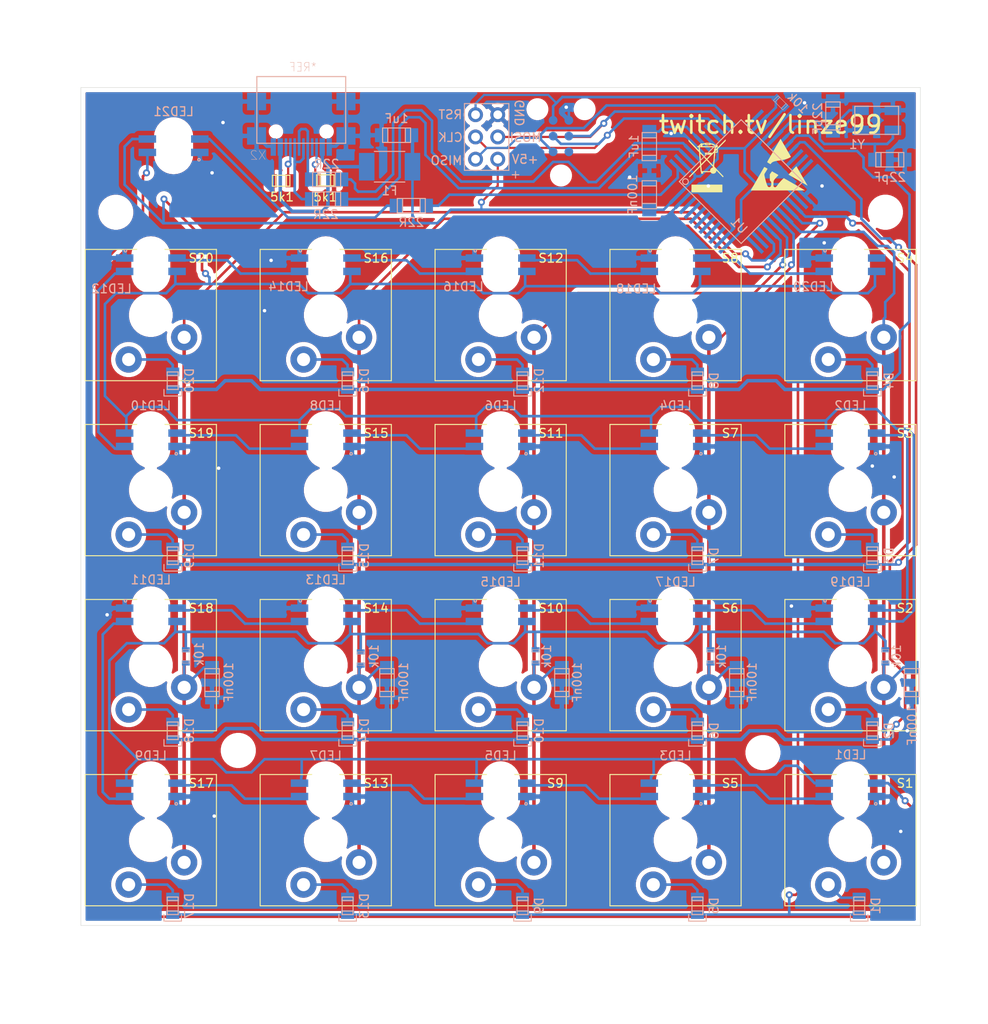
<source format=kicad_pcb>
(kicad_pcb (version 20171130) (host pcbnew "(5.1.9)-1")
  (layers (0 F.Cu signal) (31 B.Cu signal) (34 B.Paste user) (35 F.Paste user) (36 B.SilkS user) (37 F.SilkS user) (38 B.Mask user) (39 F.Mask user) (44 Edge.Cuts user))
  (net 0 "")
  (net 1 GND)
  (net 2 +5V)
  (net 3 "Net-(C2-Pad1)")
  (net 4 "Net-(C4-Pad2)")
  (net 5 "Net-(C5-Pad1)")
  (net 6 TS1)
  (net 7 TS2)
  (net 8 TS3)
  (net 9 TS4)
  (net 10 TS5)
  (net 11 TR1)
  (net 12 TR2)
  (net 13 TR3)
  (net 14 TR4)
  (net 15 "Net-(LED1-Pad2)")
  (net 16 "Net-(LED1-Pad4)")
  (net 17 "Net-(LED19-Pad4)")
  (net 18 "Net-(LED2-Pad4)")
  (net 19 "Net-(LED3-Pad4)")
  (net 20 "Net-(LED4-Pad4)")
  (net 21 "Net-(LED5-Pad4)")
  (net 22 "Net-(LED6-Pad4)")
  (net 23 "Net-(LED7-Pad4)")
  (net 24 "Net-(LED10-Pad2)")
  (net 25 "Net-(LED11-Pad2)")
  (net 26 "Net-(LED10-Pad4)")
  (net 27 "Net-(LED11-Pad4)")
  (net 28 "Net-(LED12-Pad4)")
  (net 29 "Net-(LED13-Pad4)")
  (net 30 "Net-(LED14-Pad4)")
  (net 31 "Net-(LED15-Pad4)")
  (net 32 "Net-(LED16-Pad4)")
  (net 33 "Net-(LED17-Pad4)")
  (net 34 "Net-(LED18-Pad4)")
  (net 35 "Net-(LED20-Pad4)")
  (net 36 "Net-(R1-Pad2)")
  (net 37 D-)
  (net 38 "Net-(R2-Pad2)")
  (net 39 D+)
  (net 40 "Net-(R3-Pad1)")
  (net 41 LED)
  (net 42 "Net-(U1-Pad42)")
  (net 43 "Net-(U1-Pad41)")
  (net 44 "Net-(U1-Pad40)")
  (net 45 "Net-(U1-Pad38)")
  (net 46 "Net-(U1-Pad39)")
  (net 47 "Net-(U1-Pad37)")
  (net 48 "Net-(U1-Pad36)")
  (net 49 "Net-(U1-Pad33)")
  (net 50 "Net-(U1-Pad22)")
  (net 51 "Net-(U1-Pad21)")
  (net 52 "Net-(U1-Pad20)")
  (net 53 "Net-(U1-Pad12)")
  (net 54 "Net-(U1-Pad11)")
  (net 55 "Net-(U1-Pad10)")
  (net 56 "Net-(U1-Pad9)")
  (net 57 "Net-(U1-Pad8)")
  (net 58 "Net-(X1-PadVDD)")
  (net 59 "Net-(X2-Pad3)")
  (net 60 "Net-(X2-Pad9)")
  (net 61 "Net-(D1-Pad1)")
  (net 62 "Net-(D2-Pad1)")
  (net 63 "Net-(D3-Pad1)")
  (net 64 "Net-(D4-Pad1)")
  (net 65 "Net-(D5-Pad1)")
  (net 66 "Net-(D6-Pad1)")
  (net 67 "Net-(D7-Pad1)")
  (net 68 "Net-(D8-Pad1)")
  (net 69 "Net-(D9-Pad1)")
  (net 70 "Net-(D10-Pad1)")
  (net 71 "Net-(D11-Pad1)")
  (net 72 "Net-(D12-Pad1)")
  (net 73 "Net-(D13-Pad1)")
  (net 74 "Net-(D14-Pad1)")
  (net 75 "Net-(D15-Pad1)")
  (net 76 "Net-(D16-Pad1)")
  (net 77 "Net-(D17-Pad1)")
  (net 78 "Net-(D18-Pad1)")
  (net 79 "Net-(D19-Pad1)")
  (net 80 "Net-(D20-Pad1)")
  (net 81 "Net-(F1-Pad2)")
  (net 82 "Net-(LED21-Pad2)")
  (net 83 "Net-(R10-Pad1)")
  (net 84 "Net-(R11-Pad1)")
  (module Symbol:ESD-Logo_6.6x6mm_SilkScreen (layer F.Cu) (at 180.85 41.3)
    (fp_text reference REF** hide)
    (fp_text value ESD-Logo_6.6x6mm_SilkScreen hide)
  )
  (module Symbol:WEEE-Logo_4.2x6mm_SilkScreen (layer F.Cu) (at 172.6 41.45)
    (fp_text reference REF** hide)
    (fp_text value WEEE-Logo_4.2x6mm_SilkScreen hide)
  )
  (module jl_Progstecker:Progstecker_alt (layer B.Cu) (at 147.4 38.15 90)
    (fp_text reference X7 hide)
    (fp_text value Progstecker)
    (pad MOSI thru_hole circle (at 0 1.27 90) (size 1.7 1.7) (drill 1) (layers *.Cu *.Mask) (net 55 "Net-(U1-Pad10)"))
    (pad RST thru_hole circle (at 2.54 -1.27 90) (size 1.7 1.7) (drill 1) (layers *.Cu *.Mask) (net 40 "Net-(R3-Pad1)"))
    (pad GND thru_hole circle (at 2.54 1.27 90) (size 1.7 1.7) (drill 1) (layers *.Cu *.Mask) (net 1 GND))
    (pad VDD thru_hole circle (at -2.54 1.27 90) (size 1.7 1.7) (drill 1) (layers *.Cu *.Mask) (net 2 +5V))
    (pad MISO thru_hole circle (at -2.54 -1.27 90) (size 1.7 1.7) (drill 1) (layers *.Cu *.Mask) (net 54 "Net-(U1-Pad11)"))
    (pad SCLK thru_hole circle (at 0 -1.27 90) (size 1.7 1.7) (drill 1) (layers *.Cu *.Mask) (net 56 "Net-(U1-Pad9)"))
  )
  (module jl_smd:0805 (layer F.Cu) (at 123.9 43.15 180)
    (fp_text reference 5k1 (at -0.1 -1.85) (layer F.SilkS))
    (fp_text value 5k1)
    (pad 1 smd rect (at -1 0 180) (size 1 1.5) (layers F.Cu F.Paste F.Mask) (net 84 "Net-(R11-Pad1)"))
    (pad 2 smd rect (at 1 0 180) (size 1 1.5) (layers F.Cu F.Paste F.Mask) (net 1 GND))
  )
  (module jl_smd:0805 (layer F.Cu) (at 128.95 43.1)
    (fp_text reference 5k1 (at 0 1.905) (layer F.SilkS))
    (fp_text value 5k1)
    (pad 1 smd rect (at -1 0) (size 1 1.5) (layers F.Cu F.Paste F.Mask) (net 83 "Net-(R10-Pad1)"))
    (pad 2 smd rect (at 1 0) (size 1 1.5) (layers F.Cu F.Paste F.Mask) (net 1 GND))
  )
  (module jl_LEDS:SK6812r (layer B.Cu) (at 111.6 39.15)
    (fp_text reference LED21 (at 0 -3.9) (layer B.SilkS) (effects (justify mirror)))
    (fp_text value ADR_LED)
    (pad "" np_thru_hole oval (at 0 0) (size 3.45 5.5) (drill oval 3.45 5.5) (layers *.Cu *.Mask))
    (pad 3 smd rect (at 3 0.765) (size 2 0.85) (layers B.Cu B.Paste B.Mask) (net 1 GND))
    (pad 2 smd rect (at 3 -0.765) (size 2 0.85) (layers B.Cu B.Paste B.Mask) (net 82 "Net-(LED21-Pad2)"))
    (pad 1 smd rect (at -3 -0.765) (size 2 0.85) (layers B.Cu B.Paste B.Mask) (net 2 +5V))
    (pad 4 smd rect (at -3 0.765) (size 2 0.85) (layers B.Cu B.Paste B.Mask) (net 15 "Net-(LED1-Pad2)"))
  )
  (module jl_mechanical:Mount3mm (layer F.Cu) (at 119 108.25 180)
    (fp_text reference X6 hide)
    (fp_text value Mount)
    (pad "" np_thru_hole circle (at 0 0 180) (size 3 3) (drill 3) (layers *.Cu *.Mask))
  )
  (module jl_mechanical:Mount3mm (layer F.Cu) (at 193 46.75)
    (fp_text reference X5 hide)
    (fp_text value Mount)
    (pad "" np_thru_hole circle (at 0 0) (size 3 3) (drill 3) (layers *.Cu *.Mask))
  )
  (module jl_mechanical:Mount3mm (layer F.Cu) (at 179 108.5 180)
    (fp_text reference X4 hide)
    (fp_text value Mount)
    (pad "" np_thru_hole circle (at 0 0 180) (size 3 3) (drill 3) (layers *.Cu *.Mask))
  )
  (module jl_mechanical:Mount3mm (layer F.Cu) (at 105 46.75)
    (fp_text reference X3 hide)
    (fp_text value Mount)
    (pad "" np_thru_hole circle (at 0 0) (size 3 3) (drill 3) (layers *.Cu *.Mask))
  )
  (module jl_smd:0603 (layer B.Cu) (at 113 97.5 270)
    (fp_text reference 10k (at -0.254 -1.524 90) (layer B.SilkS) (effects (justify mirror)))
    (fp_text value 10k)
    (pad 1 smd rect (at -0.75 0 270) (size 0.6 0.9) (layers B.Cu B.Paste B.Mask) (net 2 +5V))
    (pad 2 smd rect (at 0.75 0 270) (size 0.6 0.9) (layers B.Cu B.Paste B.Mask) (net 10 TS5))
  )
  (module jl_smd:0603 (layer B.Cu) (at 133 97.75 270)
    (fp_text reference 10k (at -0.254 -1.524 90) (layer B.SilkS) (effects (justify mirror)))
    (fp_text value 10k)
    (pad 1 smd rect (at -0.75 0 270) (size 0.6 0.9) (layers B.Cu B.Paste B.Mask) (net 2 +5V))
    (pad 2 smd rect (at 0.75 0 270) (size 0.6 0.9) (layers B.Cu B.Paste B.Mask) (net 9 TS4))
  )
  (module jl_smd:0603 (layer B.Cu) (at 153 97.5 270)
    (fp_text reference 10k (at 0 -1.25 90) (layer B.SilkS) (effects (justify mirror)))
    (fp_text value 10k)
    (pad 1 smd rect (at -0.75 0 270) (size 0.6 0.9) (layers B.Cu B.Paste B.Mask) (net 2 +5V))
    (pad 2 smd rect (at 0.75 0 270) (size 0.6 0.9) (layers B.Cu B.Paste B.Mask) (net 8 TS3))
  )
  (module jl_smd:0603 (layer B.Cu) (at 173 97.5 270)
    (fp_text reference 10k (at 0 -1.25 270) (layer B.SilkS) (effects (justify mirror)))
    (fp_text value 10k)
    (pad 1 smd rect (at -0.75 0 270) (size 0.6 0.9) (layers B.Cu B.Paste B.Mask) (net 2 +5V))
    (pad 2 smd rect (at 0.75 0 270) (size 0.6 0.9) (layers B.Cu B.Paste B.Mask) (net 7 TS2))
  )
  (module jl_smd:0603 (layer B.Cu) (at 193 97.5 270)
    (fp_text reference 10k (at 0 -1.25 90) (layer B.SilkS) (effects (justify mirror)))
    (fp_text value 10k)
    (pad 1 smd rect (at -0.75 0 270) (size 0.6 0.9) (layers B.Cu B.Paste B.Mask) (net 2 +5V))
    (pad 2 smd rect (at 0.75 0 270) (size 0.6 0.9) (layers B.Cu B.Paste B.Mask) (net 6 TS1))
  )
  (module jl_xtal:SMD_Crystal (layer B.Cu) (at 192 36.25)
    (fp_text reference Y1 (at -2.25 2.75) (layer B.SilkS) (effects (justify mirror)))
    (fp_text value 16Mhz)
    (pad 2 smd rect (at 1.85 -1.15) (size 1.9 1.1) (layers B.Cu B.Paste B.Mask) (net 1 GND))
    (pad 3 smd rect (at 1.85 1.15) (size 1.9 1.1) (layers B.Cu B.Paste B.Mask) (net 5 "Net-(C5-Pad1)"))
    (pad 1 smd rect (at -1.85 -1.15) (size 1.9 1.1) (layers B.Cu B.Paste B.Mask) (net 4 "Net-(C4-Pad2)"))
    (pad 4 smd rect (at -1.85 1.15) (size 1.9 1.1) (layers B.Cu B.Paste B.Mask) (net 1 GND))
  )
  (module jl_USB:USB-TYPE-C (layer B.Cu) (at 126.2 31.25)
    (fp_text reference X2 (at -4.95 9) (layer B.SilkS) (effects (font (thickness 0.05)) (justify mirror)))
    (fp_text value *REF (at 0.1905 -1.0795) (layer B.SilkS) (effects (font (size 1 0.9) (thickness 0.05)) (justify mirror)))
    (pad 0 smd rect (at -5.11 2.85) (size 2.18 2) (layers B.Cu B.Paste B.Mask) (net 1 GND))
    (pad 0 smd rect (at 5.11 2.85) (size 2.18 2) (layers B.Cu B.Paste B.Mask) (net 1 GND))
    (pad 0 smd rect (at -5.11 6.78) (size 2.18 2) (layers B.Cu B.Paste B.Mask) (net 1 GND))
    (pad 0 smd rect (at 5.11 6.78) (size 2.18 2) (layers B.Cu B.Paste B.Mask) (net 1 GND))
    (pad 1 smd rect (at -3.2 8.05) (size 0.6 2) (layers B.Cu B.Paste B.Mask) (net 1 GND))
    (pad 12 smd rect (at 3.2 8.05) (size 0.6 2) (layers B.Cu B.Paste B.Mask) (net 1 GND))
    (pad 2 smd rect (at -2.4 8.05) (size 0.6 2) (layers B.Cu B.Paste B.Mask) (net 81 "Net-(F1-Pad2)"))
    (pad 11 smd rect (at 2.4 8.05) (size 0.6 2) (layers B.Cu B.Paste B.Mask) (net 81 "Net-(F1-Pad2)"))
    (pad 3 smd rect (at -1.75 8.05) (size 0.3 2) (layers B.Cu B.Paste B.Mask) (net 59 "Net-(X2-Pad3)"))
    (pad 4 smd rect (at -1.25 8.05) (size 0.3 2) (layers B.Cu B.Paste B.Mask) (net 84 "Net-(R11-Pad1)"))
    (pad 5 smd rect (at -0.75 8.05) (size 0.3 2) (layers B.Cu B.Paste B.Mask) (net 37 D-))
    (pad 6 smd rect (at -0.25 8.05) (size 0.3 2) (layers B.Cu B.Paste B.Mask) (net 39 D+))
    (pad 7 smd rect (at 0.25 8.05) (size 0.3 2) (layers B.Cu B.Paste B.Mask) (net 37 D-))
    (pad 8 smd rect (at 0.75 8.05) (size 0.3 2) (layers B.Cu B.Paste B.Mask) (net 39 D+))
    (pad 9 smd rect (at 1.25 8.05) (size 0.3 2) (layers B.Cu B.Paste B.Mask) (net 60 "Net-(X2-Pad9)"))
    (pad 10 smd rect (at 1.75 8.05) (size 0.3 2) (layers B.Cu B.Paste B.Mask) (net 83 "Net-(R10-Pad1)"))
    (pad "" np_thru_hole circle (at -2.89 6.28) (size 0.65 0.65) (drill 0.65) (layers *.Cu *.Mask))
    (pad "" np_thru_hole circle (at 2.89 6.28) (size 0.65 0.65) (drill 0.65) (layers *.Cu *.Mask))
  )
  (module jl_Progstecker:Progstecker (layer B.Cu) (at 155 36.25)
    (fp_text reference X1 hide)
    (fp_text value Progstecker)
    (pad "" np_thru_hole circle (at 0.9 6.3) (size 1.5 1.5) (drill 1.5) (layers *.Cu *.Mask))
    (pad "" np_thru_hole circle (at 3.6 -1.27) (size 1.5 1.5) (drill 1.5) (layers *.Cu *.Mask))
    (pad "" np_thru_hole circle (at -1.8 -1.27) (size 1.5 1.5) (drill 1.5) (layers *.Cu *.Mask))
    (pad VDD smd circle (at 1.8 3.6) (size 1 1) (layers B.Cu B.Paste B.Mask) (net 58 "Net-(X1-PadVDD)"))
    (pad MOSI smd circle (at 1.8 1.8) (size 1 1) (layers B.Cu B.Paste B.Mask) (net 55 "Net-(U1-Pad10)"))
    (pad GND smd circle (at 1.8 0) (size 1 1) (layers B.Cu B.Paste B.Mask) (net 1 GND))
    (pad RST smd circle (at 0 0) (size 1 1) (layers B.Cu B.Paste B.Mask) (net 40 "Net-(R3-Pad1)"))
    (pad SCLK smd circle (at 0 1.8) (size 1 1) (layers B.Cu B.Paste B.Mask) (net 56 "Net-(U1-Pad9)"))
    (pad MISO smd circle (at 0 3.6) (size 1 1) (layers B.Cu B.Paste B.Mask) (net 54 "Net-(U1-Pad11)"))
  )
  (module jl_Microcontrollers:TQFP44 (layer B.Cu) (at 176.5 43.25 315)
    (fp_text reference U1 (at 3.358757 3.712311 315) (layer B.SilkS) (effects (justify mirror)))
    (fp_text value Atmega32U4)
    (pad 44 smd rect (at -4 6.25 45) (size 2.5 0.4) (layers B.Cu B.Paste B.Mask) (net 2 +5V))
    (pad 43 smd rect (at -3.2 6.25 45) (size 2.5 0.4) (layers B.Cu B.Paste B.Mask) (net 1 GND))
    (pad 42 smd rect (at -2.4 6.25 45) (size 2.5 0.4) (layers B.Cu B.Paste B.Mask) (net 42 "Net-(U1-Pad42)"))
    (pad 41 smd rect (at -1.6 6.25 45) (size 2.5 0.4) (layers B.Cu B.Paste B.Mask) (net 43 "Net-(U1-Pad41)"))
    (pad 40 smd rect (at -0.8 6.25 45) (size 2.5 0.4) (layers B.Cu B.Paste B.Mask) (net 44 "Net-(U1-Pad40)"))
    (pad 38 smd rect (at 0.8 6.25 45) (size 2.5 0.4) (layers B.Cu B.Paste B.Mask) (net 45 "Net-(U1-Pad38)"))
    (pad 39 smd rect (at 0 6.25 45) (size 2.5 0.4) (layers B.Cu B.Paste B.Mask) (net 46 "Net-(U1-Pad39)"))
    (pad 37 smd rect (at 1.6 6.25 45) (size 2.5 0.4) (layers B.Cu B.Paste B.Mask) (net 47 "Net-(U1-Pad37)"))
    (pad 36 smd rect (at 2.4 6.25 45) (size 2.5 0.4) (layers B.Cu B.Paste B.Mask) (net 48 "Net-(U1-Pad36)"))
    (pad 35 smd rect (at 3.2 6.25 45) (size 2.5 0.4) (layers B.Cu B.Paste B.Mask) (net 1 GND))
    (pad 34 smd rect (at 4 6.25 45) (size 2.5 0.4) (layers B.Cu B.Paste B.Mask) (net 2 +5V))
    (pad 32 smd rect (at 6.25 3.2 135) (size 2.5 0.4) (layers B.Cu B.Paste B.Mask))
    (pad 33 smd rect (at 6.25 4 135) (size 2.5 0.4) (layers B.Cu B.Paste B.Mask) (net 49 "Net-(U1-Pad33)"))
    (pad 31 smd rect (at 6.25 2.4 135) (size 2.5 0.4) (layers B.Cu B.Paste B.Mask) (net 10 TS5))
    (pad 30 smd rect (at 6.25 1.6 135) (size 2.5 0.4) (layers B.Cu B.Paste B.Mask) (net 9 TS4))
    (pad 29 smd rect (at 6.25 0.8 135) (size 2.5 0.4) (layers B.Cu B.Paste B.Mask) (net 8 TS3))
    (pad 28 smd rect (at 6.25 0 135) (size 2.5 0.4) (layers B.Cu B.Paste B.Mask) (net 7 TS2))
    (pad 27 smd rect (at 6.25 -0.8 135) (size 2.5 0.4) (layers B.Cu B.Paste B.Mask) (net 6 TS1))
    (pad 26 smd rect (at 6.25 -1.6 135) (size 2.5 0.4) (layers B.Cu B.Paste B.Mask) (net 11 TR1))
    (pad 25 smd rect (at 6.25 -2.4 135) (size 2.5 0.4) (layers B.Cu B.Paste B.Mask) (net 12 TR2))
    (pad 24 smd rect (at 6.25 -3.2 135) (size 2.5 0.4) (layers B.Cu B.Paste B.Mask) (net 2 +5V))
    (pad 23 smd rect (at 6.25 -4 135) (size 2.5 0.4) (layers B.Cu B.Paste B.Mask) (net 1 GND))
    (pad 22 smd rect (at 4 -6.25 225) (size 2.5 0.4) (layers B.Cu B.Paste B.Mask) (net 50 "Net-(U1-Pad22)"))
    (pad 21 smd rect (at 3.2 -6.25 225) (size 2.5 0.4) (layers B.Cu B.Paste B.Mask) (net 51 "Net-(U1-Pad21)"))
    (pad 20 smd rect (at 2.4 -6.25 225) (size 2.5 0.4) (layers B.Cu B.Paste B.Mask) (net 52 "Net-(U1-Pad20)"))
    (pad 19 smd rect (at 1.6 -6.25 225) (size 2.5 0.4) (layers B.Cu B.Paste B.Mask) (net 13 TR3))
    (pad 18 smd rect (at 0.8 -6.25 225) (size 2.5 0.4) (layers B.Cu B.Paste B.Mask) (net 14 TR4))
    (pad 17 smd rect (at 0 -6.25 225) (size 2.5 0.4) (layers B.Cu B.Paste B.Mask) (net 5 "Net-(C5-Pad1)"))
    (pad 16 smd rect (at -0.8 -6.25 225) (size 2.5 0.4) (layers B.Cu B.Paste B.Mask) (net 4 "Net-(C4-Pad2)"))
    (pad 15 smd rect (at -1.6 -6.25 225) (size 2.5 0.4) (layers B.Cu B.Paste B.Mask) (net 1 GND))
    (pad 14 smd rect (at -2.4 -6.25 225) (size 2.5 0.4) (layers B.Cu B.Paste B.Mask) (net 2 +5V))
    (pad 13 smd rect (at -3.2 -6.25 225) (size 2.5 0.4) (layers B.Cu B.Paste B.Mask) (net 40 "Net-(R3-Pad1)"))
    (pad 12 smd rect (at -4 -6.25 225) (size 2.5 0.4) (layers B.Cu B.Paste B.Mask) (net 53 "Net-(U1-Pad12)"))
    (pad 11 smd rect (at -6.25 -4 315) (size 2.5 0.4) (layers B.Cu B.Paste B.Mask) (net 54 "Net-(U1-Pad11)"))
    (pad 10 smd rect (at -6.25 -3.2 315) (size 2.5 0.4) (layers B.Cu B.Paste B.Mask) (net 55 "Net-(U1-Pad10)"))
    (pad 9 smd rect (at -6.25 -2.4 315) (size 2.5 0.4) (layers B.Cu B.Paste B.Mask) (net 56 "Net-(U1-Pad9)"))
    (pad 8 smd rect (at -6.25 -1.6 315) (size 2.5 0.4) (layers B.Cu B.Paste B.Mask) (net 57 "Net-(U1-Pad8)"))
    (pad 7 smd rect (at -6.25 -0.8 315) (size 2.5 0.4) (layers B.Cu B.Paste B.Mask) (net 2 +5V))
    (pad 6 smd rect (at -6.25 0 315) (size 2.5 0.4) (layers B.Cu B.Paste B.Mask) (net 3 "Net-(C2-Pad1)"))
    (pad 5 smd rect (at -6.25 0.8 315) (size 2.5 0.4) (layers B.Cu B.Paste B.Mask) (net 1 GND))
    (pad 4 smd rect (at -6.25 1.6 315) (size 2.5 0.4) (layers B.Cu B.Paste B.Mask) (net 38 "Net-(R2-Pad2)"))
    (pad 3 smd rect (at -6.25 2.4 315) (size 2.5 0.4) (layers B.Cu B.Paste B.Mask) (net 36 "Net-(R1-Pad2)"))
    (pad 2 smd rect (at -6.25 3.2 315) (size 2.5 0.4) (layers B.Cu B.Paste B.Mask) (net 2 +5V))
    (pad 1 smd rect (at -6.25 4 315) (size 2.5 0.4) (layers B.Cu B.Paste B.Mask) (net 41 LED))
  )
  (module jl_switch:CHERRYMX (layer F.Cu) (at 109 58.5 180)
    (fp_text reference S20 (at -5.75 6.5) (layer F.SilkS))
    (fp_text value CH)
    (pad 2 thru_hole circle (at 2.54 -5.08 180) (size 3 3) (drill 1.5) (layers *.Cu *.Mask) (net 80 "Net-(D20-Pad1)"))
    (pad 1 thru_hole circle (at -3.81 -2.54 180) (size 3 3) (drill 1.5) (layers *.Cu *.Mask) (net 10 TS5))
    (pad "" np_thru_hole circle (at 0 0 180) (size 4 4) (drill 4) (layers *.Cu *.Mask))
  )
  (module jl_switch:CHERRYMX (layer F.Cu) (at 109 78.5 180)
    (fp_text reference S19 (at -5.75 6.5) (layer F.SilkS))
    (fp_text value CH)
    (pad 2 thru_hole circle (at 2.54 -5.08 180) (size 3 3) (drill 1.5) (layers *.Cu *.Mask) (net 79 "Net-(D19-Pad1)"))
    (pad 1 thru_hole circle (at -3.81 -2.54 180) (size 3 3) (drill 1.5) (layers *.Cu *.Mask) (net 10 TS5))
    (pad "" np_thru_hole circle (at 0 0 180) (size 4 4) (drill 4) (layers *.Cu *.Mask))
  )
  (module jl_switch:CHERRYMX (layer F.Cu) (at 109 98.5 180)
    (fp_text reference S18 (at -5.75 6.5) (layer F.SilkS))
    (fp_text value CH)
    (pad 2 thru_hole circle (at 2.54 -5.08 180) (size 3 3) (drill 1.5) (layers *.Cu *.Mask) (net 78 "Net-(D18-Pad1)"))
    (pad 1 thru_hole circle (at -3.81 -2.54 180) (size 3 3) (drill 1.5) (layers *.Cu *.Mask) (net 10 TS5))
    (pad "" np_thru_hole circle (at 0 0 180) (size 4 4) (drill 4) (layers *.Cu *.Mask))
  )
  (module jl_switch:CHERRYMX (layer F.Cu) (at 109 118.5 180)
    (fp_text reference S17 (at -5.75 6.5) (layer F.SilkS))
    (fp_text value CH)
    (pad 2 thru_hole circle (at 2.54 -5.08 180) (size 3 3) (drill 1.5) (layers *.Cu *.Mask) (net 77 "Net-(D17-Pad1)"))
    (pad 1 thru_hole circle (at -3.81 -2.54 180) (size 3 3) (drill 1.5) (layers *.Cu *.Mask) (net 10 TS5))
    (pad "" np_thru_hole circle (at 0 0 180) (size 4 4) (drill 4) (layers *.Cu *.Mask))
  )
  (module jl_switch:CHERRYMX (layer F.Cu) (at 129 58.5 180)
    (fp_text reference S16 (at -5.75 6.5) (layer F.SilkS))
    (fp_text value CH)
    (pad 2 thru_hole circle (at 2.54 -5.08 180) (size 3 3) (drill 1.5) (layers *.Cu *.Mask) (net 76 "Net-(D16-Pad1)"))
    (pad 1 thru_hole circle (at -3.81 -2.54 180) (size 3 3) (drill 1.5) (layers *.Cu *.Mask) (net 9 TS4))
    (pad "" np_thru_hole circle (at 0 0 180) (size 4 4) (drill 4) (layers *.Cu *.Mask))
  )
  (module jl_switch:CHERRYMX (layer F.Cu) (at 129 78.5 180)
    (fp_text reference S15 (at -5.75 6.5) (layer F.SilkS))
    (fp_text value CH)
    (pad 2 thru_hole circle (at 2.54 -5.08 180) (size 3 3) (drill 1.5) (layers *.Cu *.Mask) (net 75 "Net-(D15-Pad1)"))
    (pad 1 thru_hole circle (at -3.81 -2.54 180) (size 3 3) (drill 1.5) (layers *.Cu *.Mask) (net 9 TS4))
    (pad "" np_thru_hole circle (at 0 0 180) (size 4 4) (drill 4) (layers *.Cu *.Mask))
  )
  (module jl_switch:CHERRYMX (layer F.Cu) (at 129 98.5 180)
    (fp_text reference S14 (at -5.75 6.5) (layer F.SilkS))
    (fp_text value CH)
    (pad 2 thru_hole circle (at 2.54 -5.08 180) (size 3 3) (drill 1.5) (layers *.Cu *.Mask) (net 74 "Net-(D14-Pad1)"))
    (pad 1 thru_hole circle (at -3.81 -2.54 180) (size 3 3) (drill 1.5) (layers *.Cu *.Mask) (net 9 TS4))
    (pad "" np_thru_hole circle (at 0 0 180) (size 4 4) (drill 4) (layers *.Cu *.Mask))
  )
  (module jl_switch:CHERRYMX (layer F.Cu) (at 129 118.5 180)
    (fp_text reference S13 (at -5.75 6.5) (layer F.SilkS))
    (fp_text value CH)
    (pad 2 thru_hole circle (at 2.54 -5.08 180) (size 3 3) (drill 1.5) (layers *.Cu *.Mask) (net 73 "Net-(D13-Pad1)"))
    (pad 1 thru_hole circle (at -3.81 -2.54 180) (size 3 3) (drill 1.5) (layers *.Cu *.Mask) (net 9 TS4))
    (pad "" np_thru_hole circle (at 0 0 180) (size 4 4) (drill 4) (layers *.Cu *.Mask))
  )
  (module jl_switch:CHERRYMX (layer F.Cu) (at 149 58.5 180)
    (fp_text reference S12 (at -5.75 6.5) (layer F.SilkS))
    (fp_text value CH)
    (pad 2 thru_hole circle (at 2.54 -5.08 180) (size 3 3) (drill 1.5) (layers *.Cu *.Mask) (net 72 "Net-(D12-Pad1)"))
    (pad 1 thru_hole circle (at -3.81 -2.54 180) (size 3 3) (drill 1.5) (layers *.Cu *.Mask) (net 8 TS3))
    (pad "" np_thru_hole circle (at 0 0 180) (size 4 4) (drill 4) (layers *.Cu *.Mask))
  )
  (module jl_switch:CHERRYMX (layer F.Cu) (at 149 78.5 180)
    (fp_text reference S11 (at -5.75 6.5) (layer F.SilkS))
    (fp_text value CH)
    (pad 2 thru_hole circle (at 2.54 -5.08 180) (size 3 3) (drill 1.5) (layers *.Cu *.Mask) (net 71 "Net-(D11-Pad1)"))
    (pad 1 thru_hole circle (at -3.81 -2.54 180) (size 3 3) (drill 1.5) (layers *.Cu *.Mask) (net 8 TS3))
    (pad "" np_thru_hole circle (at 0 0 180) (size 4 4) (drill 4) (layers *.Cu *.Mask))
  )
  (module jl_switch:CHERRYMX (layer F.Cu) (at 149 98.5 180)
    (fp_text reference S10 (at -5.75 6.5) (layer F.SilkS))
    (fp_text value CH)
    (pad 2 thru_hole circle (at 2.54 -5.08 180) (size 3 3) (drill 1.5) (layers *.Cu *.Mask) (net 70 "Net-(D10-Pad1)"))
    (pad 1 thru_hole circle (at -3.81 -2.54 180) (size 3 3) (drill 1.5) (layers *.Cu *.Mask) (net 8 TS3))
    (pad "" np_thru_hole circle (at 0 0 180) (size 4 4) (drill 4) (layers *.Cu *.Mask))
  )
  (module jl_switch:CHERRYMX (layer F.Cu) (at 149 118.5 180)
    (fp_text reference S9 (at -6.25 6.5) (layer F.SilkS))
    (fp_text value CH)
    (pad 2 thru_hole circle (at 2.54 -5.08 180) (size 3 3) (drill 1.5) (layers *.Cu *.Mask) (net 69 "Net-(D9-Pad1)"))
    (pad 1 thru_hole circle (at -3.81 -2.54 180) (size 3 3) (drill 1.5) (layers *.Cu *.Mask) (net 8 TS3))
    (pad "" np_thru_hole circle (at 0 0 180) (size 4 4) (drill 4) (layers *.Cu *.Mask))
  )
  (module jl_switch:CHERRYMX (layer F.Cu) (at 169 58.5 180)
    (fp_text reference S8 (at -6.25 6.5) (layer F.SilkS))
    (fp_text value CH)
    (pad 2 thru_hole circle (at 2.54 -5.08 180) (size 3 3) (drill 1.5) (layers *.Cu *.Mask) (net 68 "Net-(D8-Pad1)"))
    (pad 1 thru_hole circle (at -3.81 -2.54 180) (size 3 3) (drill 1.5) (layers *.Cu *.Mask) (net 7 TS2))
    (pad "" np_thru_hole circle (at 0 0 180) (size 4 4) (drill 4) (layers *.Cu *.Mask))
  )
  (module jl_switch:CHERRYMX (layer F.Cu) (at 169 78.5 180)
    (fp_text reference S7 (at -6.25 6.5) (layer F.SilkS))
    (fp_text value CH)
    (pad 2 thru_hole circle (at 2.54 -5.08 180) (size 3 3) (drill 1.5) (layers *.Cu *.Mask) (net 67 "Net-(D7-Pad1)"))
    (pad 1 thru_hole circle (at -3.81 -2.54 180) (size 3 3) (drill 1.5) (layers *.Cu *.Mask) (net 7 TS2))
    (pad "" np_thru_hole circle (at 0 0 180) (size 4 4) (drill 4) (layers *.Cu *.Mask))
  )
  (module jl_switch:CHERRYMX (layer F.Cu) (at 169 98.5 180)
    (fp_text reference S6 (at -6.25 6.5) (layer F.SilkS))
    (fp_text value CH)
    (pad 2 thru_hole circle (at 2.54 -5.08 180) (size 3 3) (drill 1.5) (layers *.Cu *.Mask) (net 66 "Net-(D6-Pad1)"))
    (pad 1 thru_hole circle (at -3.81 -2.54 180) (size 3 3) (drill 1.5) (layers *.Cu *.Mask) (net 7 TS2))
    (pad "" np_thru_hole circle (at 0 0 180) (size 4 4) (drill 4) (layers *.Cu *.Mask))
  )
  (module jl_switch:CHERRYMX (layer F.Cu) (at 169 118.5 180)
    (fp_text reference S5 (at -6.25 6.5) (layer F.SilkS))
    (fp_text value CH)
    (pad 2 thru_hole circle (at 2.54 -5.08 180) (size 3 3) (drill 1.5) (layers *.Cu *.Mask) (net 65 "Net-(D5-Pad1)"))
    (pad 1 thru_hole circle (at -3.81 -2.54 180) (size 3 3) (drill 1.5) (layers *.Cu *.Mask) (net 7 TS2))
    (pad "" np_thru_hole circle (at 0 0 180) (size 4 4) (drill 4) (layers *.Cu *.Mask))
  )
  (module jl_switch:CHERRYMX (layer F.Cu) (at 189 58.5 180)
    (fp_text reference S4 (at -6.25 6.5) (layer F.SilkS))
    (fp_text value CH)
    (pad 2 thru_hole circle (at 2.54 -5.08 180) (size 3 3) (drill 1.5) (layers *.Cu *.Mask) (net 64 "Net-(D4-Pad1)"))
    (pad 1 thru_hole circle (at -3.81 -2.54 180) (size 3 3) (drill 1.5) (layers *.Cu *.Mask) (net 6 TS1))
    (pad "" np_thru_hole circle (at 0 0 180) (size 4 4) (drill 4) (layers *.Cu *.Mask))
  )
  (module jl_switch:CHERRYMX (layer F.Cu) (at 189 78.5 180)
    (fp_text reference S3 (at -6.25 6.5) (layer F.SilkS))
    (fp_text value CH)
    (pad 2 thru_hole circle (at 2.54 -5.08 180) (size 3 3) (drill 1.5) (layers *.Cu *.Mask) (net 63 "Net-(D3-Pad1)"))
    (pad 1 thru_hole circle (at -3.81 -2.54 180) (size 3 3) (drill 1.5) (layers *.Cu *.Mask) (net 6 TS1))
    (pad "" np_thru_hole circle (at 0 0 180) (size 4 4) (drill 4) (layers *.Cu *.Mask))
  )
  (module jl_switch:CHERRYMX (layer F.Cu) (at 189 98.5 180)
    (fp_text reference S2 (at -6.25 6.5) (layer F.SilkS))
    (fp_text value CH)
    (pad 2 thru_hole circle (at 2.54 -5.08 180) (size 3 3) (drill 1.5) (layers *.Cu *.Mask) (net 62 "Net-(D2-Pad1)"))
    (pad 1 thru_hole circle (at -3.81 -2.54 180) (size 3 3) (drill 1.5) (layers *.Cu *.Mask) (net 6 TS1))
    (pad "" np_thru_hole circle (at 0 0 180) (size 4 4) (drill 4) (layers *.Cu *.Mask))
  )
  (module jl_switch:CHERRYMX (layer F.Cu) (at 189 118.5 180)
    (fp_text reference S1 (at -6.25 6.5) (layer F.SilkS))
    (fp_text value CH)
    (pad 2 thru_hole circle (at 2.54 -5.08 180) (size 3 3) (drill 1.5) (layers *.Cu *.Mask) (net 61 "Net-(D1-Pad1)"))
    (pad 1 thru_hole circle (at -3.81 -2.54 180) (size 3 3) (drill 1.5) (layers *.Cu *.Mask) (net 6 TS1))
    (pad "" np_thru_hole circle (at 0 0 180) (size 4 4) (drill 4) (layers *.Cu *.Mask))
  )
  (module jl_smd:1206 (layer B.Cu) (at 138.785 46 180)
    (fp_text reference 22R (at 0 -1.905 180) (layer B.SilkS) (effects (justify mirror)))
    (fp_text value 0R)
    (pad 2 smd rect (at 1.715 0 180) (size 1.52 1.6) (layers B.Cu B.Paste B.Mask) (net 82 "Net-(LED21-Pad2)"))
    (pad 1 smd rect (at -1.715 0 180) (size 1.52 1.6) (layers B.Cu B.Paste B.Mask) (net 41 LED))
  )
  (module jl_smd:0603 (layer B.Cu) (at 181 34.25 315)
    (fp_text reference 10k (at 1.414214 -1.414214 135) (layer B.SilkS) (effects (justify mirror)))
    (fp_text value 10k)
    (pad 1 smd rect (at -0.75 0 315) (size 0.6 0.9) (layers B.Cu B.Paste B.Mask) (net 40 "Net-(R3-Pad1)"))
    (pad 2 smd rect (at 0.75 0 315) (size 0.6 0.9) (layers B.Cu B.Paste B.Mask) (net 2 +5V))
  )
  (module jl_smd:1206 (layer B.Cu) (at 129.1 43)
    (fp_text reference 22R (at 0 -1.75) (layer B.SilkS) (effects (justify mirror)))
    (fp_text value 22R)
    (pad 2 smd rect (at 1.715 0) (size 1.52 1.6) (layers B.Cu B.Paste B.Mask) (net 38 "Net-(R2-Pad2)"))
    (pad 1 smd rect (at -1.715 0) (size 1.52 1.6) (layers B.Cu B.Paste B.Mask) (net 39 D+))
  )
  (module jl_smd:1206 (layer B.Cu) (at 129.1 45.25)
    (fp_text reference 22R (at -0.1 1.75) (layer B.SilkS) (effects (justify mirror)))
    (fp_text value 22R)
    (pad 2 smd rect (at 1.715 0) (size 1.52 1.6) (layers B.Cu B.Paste B.Mask) (net 36 "Net-(R1-Pad2)"))
    (pad 1 smd rect (at -1.715 0) (size 1.52 1.6) (layers B.Cu B.Paste B.Mask) (net 37 D-))
  )
  (module jl_LEDS:SK6812r (layer B.Cu) (at 189 52.75 180)
    (fp_text reference LED20 (at 4.25 -2.5) (layer B.SilkS) (effects (justify mirror)))
    (fp_text value ADR_LED)
    (pad "" np_thru_hole oval (at 0 0 180) (size 3.45 5.5) (drill oval 3.45 5.5) (layers *.Cu *.Mask))
    (pad 3 smd rect (at 3 0.765 180) (size 2 0.85) (layers B.Cu B.Paste B.Mask) (net 1 GND))
    (pad 2 smd rect (at 3 -0.765 180) (size 2 0.85) (layers B.Cu B.Paste B.Mask) (net 34 "Net-(LED18-Pad4)"))
    (pad 1 smd rect (at -3 -0.765 180) (size 2 0.85) (layers B.Cu B.Paste B.Mask) (net 2 +5V))
    (pad 4 smd rect (at -3 0.765 180) (size 2 0.85) (layers B.Cu B.Paste B.Mask) (net 35 "Net-(LED20-Pad4)"))
  )
  (module jl_LEDS:SK6812r (layer B.Cu) (at 189 92.75 180)
    (fp_text reference LED19 (at 0 3.75) (layer B.SilkS) (effects (justify mirror)))
    (fp_text value ADR_LED)
    (pad "" np_thru_hole oval (at 0 0 180) (size 3.45 5.5) (drill oval 3.45 5.5) (layers *.Cu *.Mask))
    (pad 3 smd rect (at 3 0.765 180) (size 2 0.85) (layers B.Cu B.Paste B.Mask) (net 1 GND))
    (pad 2 smd rect (at 3 -0.765 180) (size 2 0.85) (layers B.Cu B.Paste B.Mask) (net 33 "Net-(LED17-Pad4)"))
    (pad 1 smd rect (at -3 -0.765 180) (size 2 0.85) (layers B.Cu B.Paste B.Mask) (net 2 +5V))
    (pad 4 smd rect (at -3 0.765 180) (size 2 0.85) (layers B.Cu B.Paste B.Mask) (net 17 "Net-(LED19-Pad4)"))
  )
  (module jl_LEDS:SK6812r (layer B.Cu) (at 169 52.75 180)
    (fp_text reference LED18 (at 4.5 -2.75) (layer B.SilkS) (effects (justify mirror)))
    (fp_text value ADR_LED)
    (pad "" np_thru_hole oval (at 0 0 180) (size 3.45 5.5) (drill oval 3.45 5.5) (layers *.Cu *.Mask))
    (pad 3 smd rect (at 3 0.765 180) (size 2 0.85) (layers B.Cu B.Paste B.Mask) (net 1 GND))
    (pad 2 smd rect (at 3 -0.765 180) (size 2 0.85) (layers B.Cu B.Paste B.Mask) (net 32 "Net-(LED16-Pad4)"))
    (pad 1 smd rect (at -3 -0.765 180) (size 2 0.85) (layers B.Cu B.Paste B.Mask) (net 2 +5V))
    (pad 4 smd rect (at -3 0.765 180) (size 2 0.85) (layers B.Cu B.Paste B.Mask) (net 34 "Net-(LED18-Pad4)"))
  )
  (module jl_LEDS:SK6812r (layer B.Cu) (at 169 92.75 180)
    (fp_text reference LED17 (at 0 3.75) (layer B.SilkS) (effects (justify mirror)))
    (fp_text value ADR_LED)
    (pad "" np_thru_hole oval (at 0 0 180) (size 3.45 5.5) (drill oval 3.45 5.5) (layers *.Cu *.Mask))
    (pad 3 smd rect (at 3 0.765 180) (size 2 0.85) (layers B.Cu B.Paste B.Mask) (net 1 GND))
    (pad 2 smd rect (at 3 -0.765 180) (size 2 0.85) (layers B.Cu B.Paste B.Mask) (net 31 "Net-(LED15-Pad4)"))
    (pad 1 smd rect (at -3 -0.765 180) (size 2 0.85) (layers B.Cu B.Paste B.Mask) (net 2 +5V))
    (pad 4 smd rect (at -3 0.765 180) (size 2 0.85) (layers B.Cu B.Paste B.Mask) (net 33 "Net-(LED17-Pad4)"))
  )
  (module jl_LEDS:SK6812r (layer B.Cu) (at 149 52.75 180)
    (fp_text reference LED16 (at 4.25 -2.5) (layer B.SilkS) (effects (justify mirror)))
    (fp_text value ADR_LED)
    (pad "" np_thru_hole oval (at 0 0 180) (size 3.45 5.5) (drill oval 3.45 5.5) (layers *.Cu *.Mask))
    (pad 3 smd rect (at 3 0.765 180) (size 2 0.85) (layers B.Cu B.Paste B.Mask) (net 1 GND))
    (pad 2 smd rect (at 3 -0.765 180) (size 2 0.85) (layers B.Cu B.Paste B.Mask) (net 30 "Net-(LED14-Pad4)"))
    (pad 1 smd rect (at -3 -0.765 180) (size 2 0.85) (layers B.Cu B.Paste B.Mask) (net 2 +5V))
    (pad 4 smd rect (at -3 0.765 180) (size 2 0.85) (layers B.Cu B.Paste B.Mask) (net 32 "Net-(LED16-Pad4)"))
  )
  (module jl_LEDS:SK6812r (layer B.Cu) (at 149 92.75 180)
    (fp_text reference LED15 (at 0 3.75) (layer B.SilkS) (effects (justify mirror)))
    (fp_text value ADR_LED)
    (pad "" np_thru_hole oval (at 0 0 180) (size 3.45 5.5) (drill oval 3.45 5.5) (layers *.Cu *.Mask))
    (pad 3 smd rect (at 3 0.765 180) (size 2 0.85) (layers B.Cu B.Paste B.Mask) (net 1 GND))
    (pad 2 smd rect (at 3 -0.765 180) (size 2 0.85) (layers B.Cu B.Paste B.Mask) (net 29 "Net-(LED13-Pad4)"))
    (pad 1 smd rect (at -3 -0.765 180) (size 2 0.85) (layers B.Cu B.Paste B.Mask) (net 2 +5V))
    (pad 4 smd rect (at -3 0.765 180) (size 2 0.85) (layers B.Cu B.Paste B.Mask) (net 31 "Net-(LED15-Pad4)"))
  )
  (module jl_LEDS:SK6812r (layer B.Cu) (at 129 52.75 180)
    (fp_text reference LED14 (at 4.25 -2.5) (layer B.SilkS) (effects (justify mirror)))
    (fp_text value ADR_LED)
    (pad "" np_thru_hole oval (at 0 0 180) (size 3.45 5.5) (drill oval 3.45 5.5) (layers *.Cu *.Mask))
    (pad 3 smd rect (at 3 0.765 180) (size 2 0.85) (layers B.Cu B.Paste B.Mask) (net 1 GND))
    (pad 2 smd rect (at 3 -0.765 180) (size 2 0.85) (layers B.Cu B.Paste B.Mask) (net 28 "Net-(LED12-Pad4)"))
    (pad 1 smd rect (at -3 -0.765 180) (size 2 0.85) (layers B.Cu B.Paste B.Mask) (net 2 +5V))
    (pad 4 smd rect (at -3 0.765 180) (size 2 0.85) (layers B.Cu B.Paste B.Mask) (net 30 "Net-(LED14-Pad4)"))
  )
  (module jl_LEDS:SK6812r (layer B.Cu) (at 129 92.75 180)
    (fp_text reference LED13 (at 0 4) (layer B.SilkS) (effects (justify mirror)))
    (fp_text value ADR_LED)
    (pad "" np_thru_hole oval (at 0 0 180) (size 3.45 5.5) (drill oval 3.45 5.5) (layers *.Cu *.Mask))
    (pad 3 smd rect (at 3 0.765 180) (size 2 0.85) (layers B.Cu B.Paste B.Mask) (net 1 GND))
    (pad 2 smd rect (at 3 -0.765 180) (size 2 0.85) (layers B.Cu B.Paste B.Mask) (net 27 "Net-(LED11-Pad4)"))
    (pad 1 smd rect (at -3 -0.765 180) (size 2 0.85) (layers B.Cu B.Paste B.Mask) (net 2 +5V))
    (pad 4 smd rect (at -3 0.765 180) (size 2 0.85) (layers B.Cu B.Paste B.Mask) (net 29 "Net-(LED13-Pad4)"))
  )
  (module jl_LEDS:SK6812r (layer B.Cu) (at 109 52.75 180)
    (fp_text reference LED12 (at 4.5 -2.75) (layer B.SilkS) (effects (justify mirror)))
    (fp_text value ADR_LED)
    (pad "" np_thru_hole oval (at 0 0 180) (size 3.45 5.5) (drill oval 3.45 5.5) (layers *.Cu *.Mask))
    (pad 3 smd rect (at 3 0.765 180) (size 2 0.85) (layers B.Cu B.Paste B.Mask) (net 1 GND))
    (pad 2 smd rect (at 3 -0.765 180) (size 2 0.85) (layers B.Cu B.Paste B.Mask) (net 26 "Net-(LED10-Pad4)"))
    (pad 1 smd rect (at -3 -0.765 180) (size 2 0.85) (layers B.Cu B.Paste B.Mask) (net 2 +5V))
    (pad 4 smd rect (at -3 0.765 180) (size 2 0.85) (layers B.Cu B.Paste B.Mask) (net 28 "Net-(LED12-Pad4)"))
  )
  (module jl_LEDS:SK6812r (layer B.Cu) (at 109 92.75 180)
    (fp_text reference LED11 (at 0 4) (layer B.SilkS) (effects (justify mirror)))
    (fp_text value ADR_LED)
    (pad "" np_thru_hole oval (at 0 0 180) (size 3.45 5.5) (drill oval 3.45 5.5) (layers *.Cu *.Mask))
    (pad 3 smd rect (at 3 0.765 180) (size 2 0.85) (layers B.Cu B.Paste B.Mask) (net 1 GND))
    (pad 2 smd rect (at 3 -0.765 180) (size 2 0.85) (layers B.Cu B.Paste B.Mask) (net 25 "Net-(LED11-Pad2)"))
    (pad 1 smd rect (at -3 -0.765 180) (size 2 0.85) (layers B.Cu B.Paste B.Mask) (net 2 +5V))
    (pad 4 smd rect (at -3 0.765 180) (size 2 0.85) (layers B.Cu B.Paste B.Mask) (net 27 "Net-(LED11-Pad4)"))
  )
  (module jl_LEDS:SK6812r (layer B.Cu) (at 109 72.75)
    (fp_text reference LED10 (at 0 -3.9) (layer B.SilkS) (effects (justify mirror)))
    (fp_text value ADR_LED)
    (pad "" np_thru_hole oval (at 0 0) (size 3.45 5.5) (drill oval 3.45 5.5) (layers *.Cu *.Mask))
    (pad 3 smd rect (at 3 0.765) (size 2 0.85) (layers B.Cu B.Paste B.Mask) (net 1 GND))
    (pad 2 smd rect (at 3 -0.765) (size 2 0.85) (layers B.Cu B.Paste B.Mask) (net 24 "Net-(LED10-Pad2)"))
    (pad 1 smd rect (at -3 -0.765) (size 2 0.85) (layers B.Cu B.Paste B.Mask) (net 2 +5V))
    (pad 4 smd rect (at -3 0.765) (size 2 0.85) (layers B.Cu B.Paste B.Mask) (net 26 "Net-(LED10-Pad4)"))
  )
  (module jl_LEDS:SK6812r (layer B.Cu) (at 109 112.75)
    (fp_text reference LED9 (at 0 -3.9) (layer B.SilkS) (effects (justify mirror)))
    (fp_text value ADR_LED)
    (pad "" np_thru_hole oval (at 0 0) (size 3.45 5.5) (drill oval 3.45 5.5) (layers *.Cu *.Mask))
    (pad 3 smd rect (at 3 0.765) (size 2 0.85) (layers B.Cu B.Paste B.Mask) (net 1 GND))
    (pad 2 smd rect (at 3 -0.765) (size 2 0.85) (layers B.Cu B.Paste B.Mask) (net 23 "Net-(LED7-Pad4)"))
    (pad 1 smd rect (at -3 -0.765) (size 2 0.85) (layers B.Cu B.Paste B.Mask) (net 2 +5V))
    (pad 4 smd rect (at -3 0.765) (size 2 0.85) (layers B.Cu B.Paste B.Mask) (net 25 "Net-(LED11-Pad2)"))
  )
  (module jl_LEDS:SK6812r (layer B.Cu) (at 129 72.75)
    (fp_text reference LED8 (at 0 -3.9) (layer B.SilkS) (effects (justify mirror)))
    (fp_text value ADR_LED)
    (pad "" np_thru_hole oval (at 0 0) (size 3.45 5.5) (drill oval 3.45 5.5) (layers *.Cu *.Mask))
    (pad 3 smd rect (at 3 0.765) (size 2 0.85) (layers B.Cu B.Paste B.Mask) (net 1 GND))
    (pad 2 smd rect (at 3 -0.765) (size 2 0.85) (layers B.Cu B.Paste B.Mask) (net 22 "Net-(LED6-Pad4)"))
    (pad 1 smd rect (at -3 -0.765) (size 2 0.85) (layers B.Cu B.Paste B.Mask) (net 2 +5V))
    (pad 4 smd rect (at -3 0.765) (size 2 0.85) (layers B.Cu B.Paste B.Mask) (net 24 "Net-(LED10-Pad2)"))
  )
  (module jl_LEDS:SK6812r (layer B.Cu) (at 129 112.75)
    (fp_text reference LED7 (at 0 -3.9) (layer B.SilkS) (effects (justify mirror)))
    (fp_text value ADR_LED)
    (pad "" np_thru_hole oval (at 0 0) (size 3.45 5.5) (drill oval 3.45 5.5) (layers *.Cu *.Mask))
    (pad 3 smd rect (at 3 0.765) (size 2 0.85) (layers B.Cu B.Paste B.Mask) (net 1 GND))
    (pad 2 smd rect (at 3 -0.765) (size 2 0.85) (layers B.Cu B.Paste B.Mask) (net 21 "Net-(LED5-Pad4)"))
    (pad 1 smd rect (at -3 -0.765) (size 2 0.85) (layers B.Cu B.Paste B.Mask) (net 2 +5V))
    (pad 4 smd rect (at -3 0.765) (size 2 0.85) (layers B.Cu B.Paste B.Mask) (net 23 "Net-(LED7-Pad4)"))
  )
  (module jl_LEDS:SK6812r (layer B.Cu) (at 149 72.75)
    (fp_text reference LED6 (at 0 -3.9) (layer B.SilkS) (effects (justify mirror)))
    (fp_text value ADR_LED)
    (pad "" np_thru_hole oval (at 0 0) (size 3.45 5.5) (drill oval 3.45 5.5) (layers *.Cu *.Mask))
    (pad 3 smd rect (at 3 0.765) (size 2 0.85) (layers B.Cu B.Paste B.Mask) (net 1 GND))
    (pad 2 smd rect (at 3 -0.765) (size 2 0.85) (layers B.Cu B.Paste B.Mask) (net 20 "Net-(LED4-Pad4)"))
    (pad 1 smd rect (at -3 -0.765) (size 2 0.85) (layers B.Cu B.Paste B.Mask) (net 2 +5V))
    (pad 4 smd rect (at -3 0.765) (size 2 0.85) (layers B.Cu B.Paste B.Mask) (net 22 "Net-(LED6-Pad4)"))
  )
  (module jl_LEDS:SK6812r (layer B.Cu) (at 149 112.75)
    (fp_text reference LED5 (at 0 -3.9) (layer B.SilkS) (effects (justify mirror)))
    (fp_text value ADR_LED)
    (pad "" np_thru_hole oval (at 0 0) (size 3.45 5.5) (drill oval 3.45 5.5) (layers *.Cu *.Mask))
    (pad 3 smd rect (at 3 0.765) (size 2 0.85) (layers B.Cu B.Paste B.Mask) (net 1 GND))
    (pad 2 smd rect (at 3 -0.765) (size 2 0.85) (layers B.Cu B.Paste B.Mask) (net 19 "Net-(LED3-Pad4)"))
    (pad 1 smd rect (at -3 -0.765) (size 2 0.85) (layers B.Cu B.Paste B.Mask) (net 2 +5V))
    (pad 4 smd rect (at -3 0.765) (size 2 0.85) (layers B.Cu B.Paste B.Mask) (net 21 "Net-(LED5-Pad4)"))
  )
  (module jl_LEDS:SK6812r (layer B.Cu) (at 169 72.75)
    (fp_text reference LED4 (at 0 -3.9) (layer B.SilkS) (effects (justify mirror)))
    (fp_text value ADR_LED)
    (pad "" np_thru_hole oval (at 0 0) (size 3.45 5.5) (drill oval 3.45 5.5) (layers *.Cu *.Mask))
    (pad 3 smd rect (at 3 0.765) (size 2 0.85) (layers B.Cu B.Paste B.Mask) (net 1 GND))
    (pad 2 smd rect (at 3 -0.765) (size 2 0.85) (layers B.Cu B.Paste B.Mask) (net 18 "Net-(LED2-Pad4)"))
    (pad 1 smd rect (at -3 -0.765) (size 2 0.85) (layers B.Cu B.Paste B.Mask) (net 2 +5V))
    (pad 4 smd rect (at -3 0.765) (size 2 0.85) (layers B.Cu B.Paste B.Mask) (net 20 "Net-(LED4-Pad4)"))
  )
  (module jl_LEDS:SK6812r (layer B.Cu) (at 169 112.75)
    (fp_text reference LED3 (at 0 -3.9) (layer B.SilkS) (effects (justify mirror)))
    (fp_text value ADR_LED)
    (pad "" np_thru_hole oval (at 0 0) (size 3.45 5.5) (drill oval 3.45 5.5) (layers *.Cu *.Mask))
    (pad 3 smd rect (at 3 0.765) (size 2 0.85) (layers B.Cu B.Paste B.Mask) (net 1 GND))
    (pad 2 smd rect (at 3 -0.765) (size 2 0.85) (layers B.Cu B.Paste B.Mask) (net 16 "Net-(LED1-Pad4)"))
    (pad 1 smd rect (at -3 -0.765) (size 2 0.85) (layers B.Cu B.Paste B.Mask) (net 2 +5V))
    (pad 4 smd rect (at -3 0.765) (size 2 0.85) (layers B.Cu B.Paste B.Mask) (net 19 "Net-(LED3-Pad4)"))
  )
  (module jl_LEDS:SK6812r (layer B.Cu) (at 189 72.75)
    (fp_text reference LED2 (at 0 -3.9) (layer B.SilkS) (effects (justify mirror)))
    (fp_text value ADR_LED)
    (pad "" np_thru_hole oval (at 0 0) (size 3.45 5.5) (drill oval 3.45 5.5) (layers *.Cu *.Mask))
    (pad 3 smd rect (at 3 0.765) (size 2 0.85) (layers B.Cu B.Paste B.Mask) (net 1 GND))
    (pad 2 smd rect (at 3 -0.765) (size 2 0.85) (layers B.Cu B.Paste B.Mask) (net 17 "Net-(LED19-Pad4)"))
    (pad 1 smd rect (at -3 -0.765) (size 2 0.85) (layers B.Cu B.Paste B.Mask) (net 2 +5V))
    (pad 4 smd rect (at -3 0.765) (size 2 0.85) (layers B.Cu B.Paste B.Mask) (net 18 "Net-(LED2-Pad4)"))
  )
  (module jl_LEDS:SK6812r (layer B.Cu) (at 189 112.75)
    (fp_text reference LED1 (at 0 -4) (layer B.SilkS) (effects (justify mirror)))
    (fp_text value ADR_LED)
    (pad "" np_thru_hole oval (at 0 0) (size 3.45 5.5) (drill oval 3.45 5.5) (layers *.Cu *.Mask))
    (pad 3 smd rect (at 3 0.765) (size 2 0.85) (layers B.Cu B.Paste B.Mask) (net 1 GND))
    (pad 2 smd rect (at 3 -0.765) (size 2 0.85) (layers B.Cu B.Paste B.Mask) (net 15 "Net-(LED1-Pad2)"))
    (pad 1 smd rect (at -3 -0.765) (size 2 0.85) (layers B.Cu B.Paste B.Mask) (net 2 +5V))
    (pad 4 smd rect (at -3 0.765) (size 2 0.85) (layers B.Cu B.Paste B.Mask) (net 16 "Net-(LED1-Pad4)"))
  )
  (module jl_smd:1812 (layer B.Cu) (at 136.3 41.55 180)
    (fp_text reference F1 (at 0 -2.75 180) (layer B.SilkS) (effects (justify mirror)))
    (fp_text value FSMD050R)
    (pad 2 smd rect (at 2.615 0 180) (size 1.78 3.15) (layers B.Cu B.Paste B.Mask) (net 81 "Net-(F1-Pad2)"))
    (pad 1 smd rect (at -2.615 0 180) (size 1.78 3.15) (layers B.Cu B.Paste B.Mask) (net 2 +5V))
  )
  (module jl_diode:0805d (layer B.Cu) (at 111.5 66 270)
    (fp_text reference D20 (at 0 -1.905 270) (layer B.SilkS) (effects (justify mirror)))
    (fp_text value Diode)
    (pad 1 smd rect (at -1 0 270) (size 1 1.5) (layers B.Cu B.Paste B.Mask) (net 80 "Net-(D20-Pad1)"))
    (pad 2 smd rect (at 1 0 270) (size 1 1.5) (layers B.Cu B.Paste B.Mask) (net 14 TR4))
  )
  (module jl_diode:0805d (layer B.Cu) (at 111.5 86 270)
    (fp_text reference D19 (at 0 -1.905 270) (layer B.SilkS) (effects (justify mirror)))
    (fp_text value Diode)
    (pad 1 smd rect (at -1 0 270) (size 1 1.5) (layers B.Cu B.Paste B.Mask) (net 79 "Net-(D19-Pad1)"))
    (pad 2 smd rect (at 1 0 270) (size 1 1.5) (layers B.Cu B.Paste B.Mask) (net 13 TR3))
  )
  (module jl_diode:0805d (layer B.Cu) (at 111.5 106 270)
    (fp_text reference D18 (at 0 -1.905 270) (layer B.SilkS) (effects (justify mirror)))
    (fp_text value Diode)
    (pad 1 smd rect (at -1 0 270) (size 1 1.5) (layers B.Cu B.Paste B.Mask) (net 78 "Net-(D18-Pad1)"))
    (pad 2 smd rect (at 1 0 270) (size 1 1.5) (layers B.Cu B.Paste B.Mask) (net 12 TR2))
  )
  (module jl_diode:0805d (layer B.Cu) (at 111.5 126 270)
    (fp_text reference D17 (at 0 -1.905 270) (layer B.SilkS) (effects (justify mirror)))
    (fp_text value Diode)
    (pad 1 smd rect (at -1 0 270) (size 1 1.5) (layers B.Cu B.Paste B.Mask) (net 77 "Net-(D17-Pad1)"))
    (pad 2 smd rect (at 1 0 270) (size 1 1.5) (layers B.Cu B.Paste B.Mask) (net 11 TR1))
  )
  (module jl_diode:0805d (layer B.Cu) (at 131.5 66 270)
    (fp_text reference D16 (at 0 -1.905 90) (layer B.SilkS) (effects (justify mirror)))
    (fp_text value Diode)
    (pad 1 smd rect (at -1 0 270) (size 1 1.5) (layers B.Cu B.Paste B.Mask) (net 76 "Net-(D16-Pad1)"))
    (pad 2 smd rect (at 1 0 270) (size 1 1.5) (layers B.Cu B.Paste B.Mask) (net 14 TR4))
  )
  (module jl_diode:0805d (layer B.Cu) (at 131.5 86 270)
    (fp_text reference D15 (at 0 -1.905 270) (layer B.SilkS) (effects (justify mirror)))
    (fp_text value Diode)
    (pad 1 smd rect (at -1 0 270) (size 1 1.5) (layers B.Cu B.Paste B.Mask) (net 75 "Net-(D15-Pad1)"))
    (pad 2 smd rect (at 1 0 270) (size 1 1.5) (layers B.Cu B.Paste B.Mask) (net 13 TR3))
  )
  (module jl_diode:0805d (layer B.Cu) (at 131.5 106 270)
    (fp_text reference D14 (at 0 -1.905 270) (layer B.SilkS) (effects (justify mirror)))
    (fp_text value Diode)
    (pad 1 smd rect (at -1 0 270) (size 1 1.5) (layers B.Cu B.Paste B.Mask) (net 74 "Net-(D14-Pad1)"))
    (pad 2 smd rect (at 1 0 270) (size 1 1.5) (layers B.Cu B.Paste B.Mask) (net 12 TR2))
  )
  (module jl_diode:0805d (layer B.Cu) (at 131.5 126 270)
    (fp_text reference D13 (at 0 -1.905 90) (layer B.SilkS) (effects (justify mirror)))
    (fp_text value Diode)
    (pad 1 smd rect (at -1 0 270) (size 1 1.5) (layers B.Cu B.Paste B.Mask) (net 73 "Net-(D13-Pad1)"))
    (pad 2 smd rect (at 1 0 270) (size 1 1.5) (layers B.Cu B.Paste B.Mask) (net 11 TR1))
  )
  (module jl_diode:0805d (layer B.Cu) (at 151.5 66 270)
    (fp_text reference D12 (at 0 -1.905 90) (layer B.SilkS) (effects (justify mirror)))
    (fp_text value Diode)
    (pad 1 smd rect (at -1 0 270) (size 1 1.5) (layers B.Cu B.Paste B.Mask) (net 72 "Net-(D12-Pad1)"))
    (pad 2 smd rect (at 1 0 270) (size 1 1.5) (layers B.Cu B.Paste B.Mask) (net 14 TR4))
  )
  (module jl_diode:0805d (layer B.Cu) (at 151.5 86 270)
    (fp_text reference D11 (at 0 -1.905 270) (layer B.SilkS) (effects (justify mirror)))
    (fp_text value Diode)
    (pad 1 smd rect (at -1 0 270) (size 1 1.5) (layers B.Cu B.Paste B.Mask) (net 71 "Net-(D11-Pad1)"))
    (pad 2 smd rect (at 1 0 270) (size 1 1.5) (layers B.Cu B.Paste B.Mask) (net 13 TR3))
  )
  (module jl_diode:0805d (layer B.Cu) (at 151.5 106 270)
    (fp_text reference D10 (at 0 -1.905 90) (layer B.SilkS) (effects (justify mirror)))
    (fp_text value Diode)
    (pad 1 smd rect (at -1 0 270) (size 1 1.5) (layers B.Cu B.Paste B.Mask) (net 70 "Net-(D10-Pad1)"))
    (pad 2 smd rect (at 1 0 270) (size 1 1.5) (layers B.Cu B.Paste B.Mask) (net 12 TR2))
  )
  (module jl_diode:0805d (layer B.Cu) (at 151.5 126 270)
    (fp_text reference D9 (at 0 -1.905 270) (layer B.SilkS) (effects (justify mirror)))
    (fp_text value Diode)
    (pad 1 smd rect (at -1 0 270) (size 1 1.5) (layers B.Cu B.Paste B.Mask) (net 69 "Net-(D9-Pad1)"))
    (pad 2 smd rect (at 1 0 270) (size 1 1.5) (layers B.Cu B.Paste B.Mask) (net 11 TR1))
  )
  (module jl_diode:0805d (layer B.Cu) (at 171.5 66 270)
    (fp_text reference D8 (at 0 -1.905 270) (layer B.SilkS) (effects (justify mirror)))
    (fp_text value Diode)
    (pad 1 smd rect (at -1 0 270) (size 1 1.5) (layers B.Cu B.Paste B.Mask) (net 68 "Net-(D8-Pad1)"))
    (pad 2 smd rect (at 1 0 270) (size 1 1.5) (layers B.Cu B.Paste B.Mask) (net 14 TR4))
  )
  (module jl_diode:0805d (layer B.Cu) (at 171.5 86 270)
    (fp_text reference D7 (at 0 -1.905 270) (layer B.SilkS) (effects (justify mirror)))
    (fp_text value Diode)
    (pad 1 smd rect (at -1 0 270) (size 1 1.5) (layers B.Cu B.Paste B.Mask) (net 67 "Net-(D7-Pad1)"))
    (pad 2 smd rect (at 1 0 270) (size 1 1.5) (layers B.Cu B.Paste B.Mask) (net 13 TR3))
  )
  (module jl_diode:0805d (layer B.Cu) (at 171.5 106 270)
    (fp_text reference D6 (at 0 -1.905 270) (layer B.SilkS) (effects (justify mirror)))
    (fp_text value Diode)
    (pad 1 smd rect (at -1 0 270) (size 1 1.5) (layers B.Cu B.Paste B.Mask) (net 66 "Net-(D6-Pad1)"))
    (pad 2 smd rect (at 1 0 270) (size 1 1.5) (layers B.Cu B.Paste B.Mask) (net 12 TR2))
  )
  (module jl_diode:0805d (layer B.Cu) (at 171.5 126 270)
    (fp_text reference D5 (at 0 -1.905 90) (layer B.SilkS) (effects (justify mirror)))
    (fp_text value Diode)
    (pad 1 smd rect (at -1 0 270) (size 1 1.5) (layers B.Cu B.Paste B.Mask) (net 65 "Net-(D5-Pad1)"))
    (pad 2 smd rect (at 1 0 270) (size 1 1.5) (layers B.Cu B.Paste B.Mask) (net 11 TR1))
  )
  (module jl_diode:0805d (layer B.Cu) (at 191.5 66 270)
    (fp_text reference D4 (at 0 -1.905 270) (layer B.SilkS) (effects (justify mirror)))
    (fp_text value Diode)
    (pad 1 smd rect (at -1 0 270) (size 1 1.5) (layers B.Cu B.Paste B.Mask) (net 64 "Net-(D4-Pad1)"))
    (pad 2 smd rect (at 1 0 270) (size 1 1.5) (layers B.Cu B.Paste B.Mask) (net 14 TR4))
  )
  (module jl_diode:0805d (layer B.Cu) (at 191.5 86 270)
    (fp_text reference D3 (at 0 -1.905 270) (layer B.SilkS) (effects (justify mirror)))
    (fp_text value Diode)
    (pad 1 smd rect (at -1 0 270) (size 1 1.5) (layers B.Cu B.Paste B.Mask) (net 63 "Net-(D3-Pad1)"))
    (pad 2 smd rect (at 1 0 270) (size 1 1.5) (layers B.Cu B.Paste B.Mask) (net 13 TR3))
  )
  (module jl_diode:0805d (layer B.Cu) (at 191.5 106 270)
    (fp_text reference D2 (at 0 -1.905 270) (layer B.SilkS) (effects (justify mirror)))
    (fp_text value Diode)
    (pad 1 smd rect (at -1 0 270) (size 1 1.5) (layers B.Cu B.Paste B.Mask) (net 62 "Net-(D2-Pad1)"))
    (pad 2 smd rect (at 1 0 270) (size 1 1.5) (layers B.Cu B.Paste B.Mask) (net 12 TR2))
  )
  (module jl_diode:0805d (layer B.Cu) (at 190 126 270)
    (fp_text reference D1 (at 0 -1.905 270) (layer B.SilkS) (effects (justify mirror)))
    (fp_text value Diode)
    (pad 1 smd rect (at -1 0 270) (size 1 1.5) (layers B.Cu B.Paste B.Mask) (net 61 "Net-(D1-Pad1)"))
    (pad 2 smd rect (at 1 0 270) (size 1 1.5) (layers B.Cu B.Paste B.Mask) (net 11 TR1))
  )
  (module jl_smd:1206 (layer B.Cu) (at 116 100.5 270)
    (fp_text reference 100nF (at 0 -1.905 90) (layer B.SilkS) (effects (justify mirror)))
    (fp_text value 100nF)
    (pad 2 smd rect (at 1.715 0 270) (size 1.52 1.6) (layers B.Cu B.Paste B.Mask) (net 1 GND))
    (pad 1 smd rect (at -1.715 0 270) (size 1.52 1.6) (layers B.Cu B.Paste B.Mask) (net 10 TS5))
  )
  (module jl_smd:1206 (layer B.Cu) (at 136 100.5 270)
    (fp_text reference 100nF (at 0 -1.905 90) (layer B.SilkS) (effects (justify mirror)))
    (fp_text value 100nF)
    (pad 2 smd rect (at 1.715 0 270) (size 1.52 1.6) (layers B.Cu B.Paste B.Mask) (net 1 GND))
    (pad 1 smd rect (at -1.715 0 270) (size 1.52 1.6) (layers B.Cu B.Paste B.Mask) (net 9 TS4))
  )
  (module jl_smd:1206 (layer B.Cu) (at 156 100.5 270)
    (fp_text reference 100nF (at 0 -1.75 270) (layer B.SilkS) (effects (justify mirror)))
    (fp_text value 100nF)
    (pad 2 smd rect (at 1.715 0 270) (size 1.52 1.6) (layers B.Cu B.Paste B.Mask) (net 1 GND))
    (pad 1 smd rect (at -1.715 0 270) (size 1.52 1.6) (layers B.Cu B.Paste B.Mask) (net 8 TS3))
  )
  (module jl_smd:1206 (layer B.Cu) (at 176 100.5 270)
    (fp_text reference 100nF (at 0 -1.75 270) (layer B.SilkS) (effects (justify mirror)))
    (fp_text value 100nF)
    (pad 2 smd rect (at 1.715 0 270) (size 1.52 1.6) (layers B.Cu B.Paste B.Mask) (net 1 GND))
    (pad 1 smd rect (at -1.715 0 270) (size 1.52 1.6) (layers B.Cu B.Paste B.Mask) (net 7 TS2))
  )
  (module jl_smd:1206 (layer B.Cu) (at 196 100.5 270)
    (fp_text reference 100nF (at 4.9 -0.05 90) (layer B.SilkS) (effects (justify mirror)))
    (fp_text value 100nF)
    (pad 2 smd rect (at 1.715 0 270) (size 1.52 1.6) (layers B.Cu B.Paste B.Mask) (net 1 GND))
    (pad 1 smd rect (at -1.715 0 270) (size 1.52 1.6) (layers B.Cu B.Paste B.Mask) (net 6 TS1))
  )
  (module jl_smd:1206 (layer B.Cu) (at 193.5 40.75)
    (fp_text reference 22pF (at 0 2 180) (layer B.SilkS) (effects (justify mirror)))
    (fp_text value 22pF)
    (pad 2 smd rect (at 1.715 0) (size 1.52 1.6) (layers B.Cu B.Paste B.Mask) (net 1 GND))
    (pad 1 smd rect (at -1.715 0) (size 1.52 1.6) (layers B.Cu B.Paste B.Mask) (net 5 "Net-(C5-Pad1)"))
  )
  (module jl_smd:1206 (layer B.Cu) (at 187 35.75 270)
    (fp_text reference 22pF (at 0.3 1.75 270) (layer B.SilkS) (effects (justify mirror)))
    (fp_text value 22pF)
    (pad 2 smd rect (at 1.715 0 270) (size 1.52 1.6) (layers B.Cu B.Paste B.Mask) (net 4 "Net-(C4-Pad2)"))
    (pad 1 smd rect (at -1.715 0 270) (size 1.52 1.6) (layers B.Cu B.Paste B.Mask) (net 1 GND))
  )
  (module jl_smd:1206 (layer B.Cu) (at 137.1 37.95)
    (fp_text reference 1uF (at 0 -1.905) (layer B.SilkS) (effects (justify mirror)))
    (fp_text value 1uF)
    (pad 2 smd rect (at 1.715 0) (size 1.52 1.6) (layers B.Cu B.Paste B.Mask) (net 2 +5V))
    (pad 1 smd rect (at -1.715 0) (size 1.52 1.6) (layers B.Cu B.Paste B.Mask) (net 1 GND))
  )
  (module jl_smd:1206 (layer B.Cu) (at 166 39.25 270)
    (fp_text reference 1uF (at 0 1.75 270) (layer B.SilkS) (effects (justify mirror)))
    (fp_text value 1uF)
    (pad 2 smd rect (at 1.715 0 270) (size 1.52 1.6) (layers B.Cu B.Paste B.Mask) (net 1 GND))
    (pad 1 smd rect (at -1.715 0 270) (size 1.52 1.6) (layers B.Cu B.Paste B.Mask) (net 3 "Net-(C2-Pad1)"))
  )
  (module jl_smd:1206 (layer B.Cu) (at 166 44.75 90)
    (fp_text reference 100nF (at 0 -1.905 90) (layer B.SilkS) (effects (justify mirror)))
    (fp_text value 100nF)
    (pad 2 smd rect (at 1.715 0 90) (size 1.52 1.6) (layers B.Cu B.Paste B.Mask) (net 1 GND))
    (pad 1 smd rect (at -1.715 0 90) (size 1.52 1.6) (layers B.Cu B.Paste B.Mask) (net 2 +5V))
  )
  (gr_text MOSI (at 151.85 38.2) (layer B.SilkS) (effects (font (size 1 1)) (justify mirror)))
  (gr_text +5V (at 151.8 40.7) (layer B.SilkS) (effects (font (size 1 1)) (justify mirror)))
  (gr_text MISO (at 142.8 40.85) (layer B.SilkS) (effects (font (size 1 1)) (justify mirror)))
  (gr_text CLK (at 143.25 38.2) (layer B.SilkS) (effects (font (size 1 1)) (justify mirror)))
  (gr_text RST (at 143.25 35.6) (layer B.SilkS) (effects (font (size 1 1)) (justify mirror)))
  (gr_text GND (at 151.2 35.4 90) (layer B.SilkS) (effects (font (size 1 1)) (justify mirror)))
  (gr_text twitch.tv/linze99 (at 179.85 36.75) (layer F.SilkS) (effects (font (size 2 2) (thickness 0.3))))
  (gr_line (start 197 128.25) (end 197 32.5) (layer Edge.Cuts) (width 0.05))
  (gr_line (start 197 128.25) (end 101 128.25) (layer Edge.Cuts) (width 0.05))
  (gr_line (start 101 32.5) (end 101 128.25) (layer Edge.Cuts) (width 0.05))
  (gr_line (start 197 32.5) (end 101 32.5) (layer Edge.Cuts) (width 0.05))
  (segment (start 121.09 38.03) (end 118.78 38.03) (width 0.3) (layer B.Cu) (net 1))
  (via (at 117.25 36.5) (size 0.8) (drill 0.4) (layers F.Cu B.Cu) (net 1))
  (segment (start 118.78 38.03) (end 117.25 36.5) (width 0.3) (layer B.Cu) (net 1))
  (via (at 156.5 34.75) (size 0.8) (drill 0.4) (layers F.Cu B.Cu) (net 1))
  (segment (start 156.8 36.25) (end 156.8 35.05) (width 0.3) (layer B.Cu) (net 1))
  (segment (start 156.8 35.05) (end 156.5 34.75) (width 0.3) (layer B.Cu) (net 1))
  (segment (start 166 43.035) (end 166 40.965) (width 0.3) (layer B.Cu) (net 1))
  (via (at 163.75 42.75) (size 0.8) (drill 0.4) (layers F.Cu B.Cu) (net 1))
  (segment (start 166 43.035) (end 164.035 43.035) (width 0.3) (layer B.Cu) (net 1))
  (segment (start 164.035 43.035) (end 163.75 42.75) (width 0.3) (layer B.Cu) (net 1))
  (via (at 168.5 37.75) (size 0.8) (drill 0.4) (layers F.Cu B.Cu) (net 1))
  (segment (start 169.892715 37.75) (end 168.5 37.75) (width 0.3) (layer B.Cu) (net 1))
  (segment (start 171.514897 39.396268) (end 171.514897 39.372182) (width 0.3) (layer B.Cu) (net 1))
  (segment (start 171.514897 39.372182) (end 169.892715 37.75) (width 0.3) (layer B.Cu) (net 1))
  (segment (start 179.788047 37.699212) (end 179.815257 37.699212) (width 0.3) (layer B.Cu) (net 1))
  (segment (start 179.815257 37.699212) (end 183.479469 34.035) (width 0.3) (layer B.Cu) (net 1))
  (segment (start 193.85 34.25) (end 193.85 35.1) (width 0.3) (layer B.Cu) (net 1))
  (segment (start 193.635 34.035) (end 193.85 34.25) (width 0.3) (layer B.Cu) (net 1))
  (segment (start 187 34.035) (end 193.635 34.035) (width 0.3) (layer B.Cu) (net 1))
  (segment (start 191.4 37.4) (end 192 36.8) (width 0.3) (layer B.Cu) (net 1))
  (segment (start 190.15 37.4) (end 191.4 37.4) (width 0.3) (layer B.Cu) (net 1))
  (segment (start 192.6 35.1) (end 193.85 35.1) (width 0.3) (layer B.Cu) (net 1))
  (segment (start 192 35.7) (end 192.6 35.1) (width 0.3) (layer B.Cu) (net 1))
  (segment (start 192 36.8) (end 192 35.7) (width 0.3) (layer B.Cu) (net 1))
  (segment (start 195.35 35.1) (end 193.85 35.1) (width 0.3) (layer B.Cu) (net 1))
  (segment (start 195.865 35.615) (end 195.35 35.1) (width 0.3) (layer B.Cu) (net 1))
  (segment (start 195.865 39) (end 195.865 35.615) (width 0.3) (layer B.Cu) (net 1))
  (segment (start 195.215 40.75) (end 195.215 39.65) (width 0.3) (layer B.Cu) (net 1))
  (segment (start 195.215 39.65) (end 195.865 39) (width 0.3) (layer B.Cu) (net 1))
  (segment (start 122.26 39.2) (end 121.09 38.03) (width 0.4) (layer B.Cu) (net 1))
  (segment (start 123 39.2) (end 122.26 39.2) (width 0.4) (layer B.Cu) (net 1))
  (segment (start 130.14 39.2) (end 131.31 38.03) (width 0.4) (layer B.Cu) (net 1))
  (segment (start 129.4 39.2) (end 130.14 39.2) (width 0.4) (layer B.Cu) (net 1))
  (via (at 182.25 91.75) (size 0.8) (drill 0.4) (layers F.Cu B.Cu) (net 1))
  (segment (start 186.2 91.985) (end 182.485 91.985) (width 0.3) (layer B.Cu) (net 1))
  (segment (start 182.485 91.985) (end 182.25 91.75) (width 0.3) (layer B.Cu) (net 1))
  (via (at 104 92.75) (size 0.8) (drill 0.4) (layers F.Cu B.Cu) (net 1))
  (segment (start 106.2 91.985) (end 104.765 91.985) (width 0.3) (layer B.Cu) (net 1))
  (segment (start 104.765 91.985) (end 104 92.75) (width 0.3) (layer B.Cu) (net 1))
  (via (at 116.75 76) (size 0.8) (drill 0.4) (layers F.Cu B.Cu) (net 1))
  (segment (start 111.8 73.515) (end 114.265 73.515) (width 0.3) (layer B.Cu) (net 1))
  (segment (start 114.265 73.515) (end 116.75 76) (width 0.3) (layer B.Cu) (net 1))
  (via (at 183.75 34.25) (size 0.8) (drill 0.4) (layers F.Cu B.Cu) (net 1))
  (segment (start 183.965 34.035) (end 183.75 34.25) (width 0.3) (layer B.Cu) (net 1))
  (segment (start 187 34.035) (end 183.965 34.035) (width 0.3) (layer B.Cu) (net 1))
  (segment (start 183.479469 34.035) (end 183.75 34.25) (width 0.3) (layer B.Cu) (net 1))
  (segment (start 169.843324 45.406676) (end 170.75 44.5) (width 0.3) (layer B.Cu) (net 1))
  (segment (start 169.817841 45.406676) (end 169.843324 45.406676) (width 0.3) (layer B.Cu) (net 1))
  (segment (start 170.75 44.5) (end 172 44.5) (width 0.3) (layer B.Cu) (net 1))
  (via (at 172.75 43.75) (size 0.8) (drill 0.4) (layers F.Cu B.Cu) (net 1))
  (segment (start 172 44.5) (end 172.75 43.75) (width 0.3) (layer B.Cu) (net 1))
  (segment (start 111.8 114.24) (end 113.31 115.75) (width 0.3) (layer B.Cu) (net 1))
  (segment (start 111.8 113.515) (end 111.8 114.24) (width 0.3) (layer B.Cu) (net 1))
  (via (at 116.25 115.75) (size 0.8) (drill 0.4) (layers F.Cu B.Cu) (net 1))
  (segment (start 113.31 115.75) (end 116.25 115.75) (width 0.3) (layer B.Cu) (net 1))
  (segment (start 178.5 39.584033) (end 183.747845 44.831878) (width 0.3) (layer B.Cu) (net 1))
  (segment (start 179.788047 37.699212) (end 178.5 38.987259) (width 0.3) (layer B.Cu) (net 1))
  (segment (start 183.747845 44.831878) (end 183.747845 44.84099) (width 0.3) (layer B.Cu) (net 1))
  (segment (start 178.5 38.987259) (end 178.5 39.584033) (width 0.3) (layer B.Cu) (net 1))
  (via (at 195.5 106) (size 0.8) (drill 0.4) (layers F.Cu B.Cu) (net 1))
  (segment (start 195.5 105.9571) (end 195.5 106) (width 0.3) (layer B.Cu) (net 1))
  (segment (start 196 102.215) (end 196 105.4571) (width 0.3) (layer B.Cu) (net 1))
  (segment (start 196 105.4571) (end 195.5 105.9571) (width 0.3) (layer B.Cu) (net 1))
  (segment (start 191.8 113.515) (end 191.8 114.55) (width 0.3) (layer B.Cu) (net 1))
  (segment (start 191.8 114.55) (end 194.75 117.5) (width 0.3) (layer B.Cu) (net 1))
  (via (at 194.75 117.5) (size 0.8) (drill 0.4) (layers F.Cu B.Cu) (net 1))
  (segment (start 191.8 73.515) (end 191.8 74.8) (width 0.3) (layer B.Cu) (net 1))
  (segment (start 191.8 74.8) (end 193.600001 76.600001) (width 0.3) (layer B.Cu) (net 1))
  (via (at 194 77) (size 0.8) (drill 0.4) (layers F.Cu B.Cu) (net 1))
  (segment (start 193.600001 76.600001) (end 194 77) (width 0.3) (layer B.Cu) (net 1))
  (segment (start 175.5 48) (end 172 44.5) (width 0.3) (layer B.Cu) (net 1))
  (segment (start 175.5 48.75) (end 175.5 48) (width 0.3) (layer B.Cu) (net 1))
  (segment (start 174.343324 49.932159) (end 174.343324 49.906676) (width 0.3) (layer B.Cu) (net 1))
  (segment (start 174.343324 49.906676) (end 175.5 48.75) (width 0.3) (layer B.Cu) (net 1))
  (segment (start 184.338835 44.25) (end 184.5 44.25) (width 0.3) (layer B.Cu) (net 1))
  (segment (start 183.747845 44.84099) (end 184.338835 44.25) (width 0.3) (layer B.Cu) (net 1))
  (via (at 185.75 43.75) (size 0.8) (drill 0.4) (layers F.Cu B.Cu) (net 1))
  (segment (start 184.5 44.25) (end 185.25 44.25) (width 0.3) (layer B.Cu) (net 1))
  (segment (start 185.25 44.25) (end 185.75 43.75) (width 0.3) (layer B.Cu) (net 1))
  (segment (start 114.6 40.64) (end 116 42.04) (width 0.3) (layer B.Cu) (net 1))
  (segment (start 114.6 39.915) (end 114.6 40.64) (width 0.3) (layer B.Cu) (net 1))
  (via (at 116 42.25) (size 0.8) (drill 0.4) (layers F.Cu B.Cu) (net 1))
  (segment (start 116 42.04) (end 116 42.25) (width 0.3) (layer B.Cu) (net 1))
  (via (at 186 50.25) (size 0.8) (drill 0.4) (layers F.Cu B.Cu) (net 1))
  (segment (start 186 51.985) (end 186 50.25) (width 0.3) (layer B.Cu) (net 1))
  (segment (start 192 73.515) (end 192 75.25) (width 0.3) (layer B.Cu) (net 1))
  (via (at 191.5 75.75) (size 0.8) (drill 0.4) (layers F.Cu B.Cu) (net 1))
  (segment (start 192 75.25) (end 191.5 75.75) (width 0.3) (layer B.Cu) (net 1))
  (via (at 122.75 52.25) (size 0.8) (drill 0.4) (layers F.Cu B.Cu) (net 1))
  (segment (start 126 51.985) (end 123.015 51.985) (width 0.3) (layer B.Cu) (net 1))
  (segment (start 123.015 51.985) (end 122.75 52.25) (width 0.3) (layer B.Cu) (net 1))
  (segment (start 122.75 52.25) (end 122 53) (width 0.3) (layer F.Cu) (net 1))
  (via (at 122 58) (size 0.8) (drill 0.4) (layers F.Cu B.Cu) (net 1))
  (segment (start 122 53) (end 122 58) (width 0.3) (layer F.Cu) (net 1))
  (segment (start 169.817841 45.406676) (end 169.817841 45.432159) (width 0.25) (layer B.Cu) (net 1))
  (segment (start 169.817841 45.432159) (end 168.4 46.85) (width 0.25) (layer B.Cu) (net 1))
  (segment (start 186.2 111.985) (end 184.9 111.985) (width 0.3) (layer B.Cu) (net 2))
  (segment (start 106.2 110.55) (end 106.2 111.985) (width 0.3) (layer B.Cu) (net 2))
  (segment (start 107.5 109.25) (end 106.2 110.55) (width 0.3) (layer B.Cu) (net 2))
  (segment (start 126.25 111.21) (end 126.25 109.25) (width 0.3) (layer B.Cu) (net 2))
  (segment (start 126.2 111.26) (end 126.25 111.21) (width 0.3) (layer B.Cu) (net 2))
  (segment (start 126.2 111.985) (end 126.2 111.26) (width 0.3) (layer B.Cu) (net 2))
  (segment (start 146.2 111.26) (end 146.25 111.21) (width 0.3) (layer B.Cu) (net 2))
  (segment (start 146.2 111.985) (end 146.2 111.26) (width 0.3) (layer B.Cu) (net 2))
  (segment (start 146.25 111.21) (end 146.25 109.25) (width 0.3) (layer B.Cu) (net 2))
  (segment (start 146.25 109.25) (end 126.25 109.25) (width 0.3) (layer B.Cu) (net 2))
  (segment (start 166.5 110.96) (end 166.5 109.25) (width 0.3) (layer B.Cu) (net 2))
  (segment (start 166.2 111.26) (end 166.5 110.96) (width 0.3) (layer B.Cu) (net 2))
  (segment (start 166.2 111.985) (end 166.2 111.26) (width 0.3) (layer B.Cu) (net 2))
  (segment (start 166.5 109.25) (end 146.25 109.25) (width 0.3) (layer B.Cu) (net 2))
  (segment (start 111.8 94.7) (end 111.8 93.515) (width 0.3) (layer B.Cu) (net 2))
  (segment (start 131.8 94.95) (end 131.8 93.515) (width 0.3) (layer B.Cu) (net 2))
  (segment (start 151.8 94.7) (end 151.8 93.515) (width 0.3) (layer B.Cu) (net 2))
  (segment (start 171.8 94.7) (end 171.8 93.515) (width 0.3) (layer B.Cu) (net 2))
  (segment (start 191.8 94.7) (end 191.8 93.515) (width 0.3) (layer B.Cu) (net 2))
  (segment (start 186.2 70.55) (end 186.2 71.985) (width 0.3) (layer B.Cu) (net 2))
  (segment (start 186.2 70.55) (end 171.8 70.55) (width 0.3) (layer B.Cu) (net 2))
  (segment (start 171.8 70.55) (end 170.25 69) (width 0.3) (layer B.Cu) (net 2))
  (segment (start 170.25 69) (end 167.25 69) (width 0.3) (layer B.Cu) (net 2))
  (segment (start 166.2 70.05) (end 166.2 71.985) (width 0.3) (layer B.Cu) (net 2))
  (segment (start 167.25 69) (end 166.2 70.05) (width 0.3) (layer B.Cu) (net 2))
  (segment (start 166.2 70.05) (end 151.3 70.05) (width 0.3) (layer B.Cu) (net 2))
  (segment (start 151.3 70.05) (end 150.25 69) (width 0.3) (layer B.Cu) (net 2))
  (segment (start 150.25 69) (end 147.25 69) (width 0.3) (layer B.Cu) (net 2))
  (segment (start 146.2 70.05) (end 146.2 71.985) (width 0.3) (layer B.Cu) (net 2))
  (segment (start 147.25 69) (end 146.2 70.05) (width 0.3) (layer B.Cu) (net 2))
  (segment (start 146.2 70.05) (end 131.3 70.05) (width 0.3) (layer B.Cu) (net 2))
  (segment (start 131.3 70.05) (end 130.5 69.25) (width 0.3) (layer B.Cu) (net 2))
  (segment (start 130.5 69.25) (end 127.25 69.25) (width 0.3) (layer B.Cu) (net 2))
  (segment (start 127.25 69.25) (end 126.2 70.3) (width 0.3) (layer B.Cu) (net 2))
  (segment (start 106.2 70.05) (end 106.2 71.985) (width 0.3) (layer B.Cu) (net 2))
  (segment (start 111.8 54.95) (end 111.8 53.515) (width 0.3) (layer B.Cu) (net 2))
  (segment (start 131.8 54.95) (end 131.8 53.515) (width 0.3) (layer B.Cu) (net 2))
  (segment (start 151.8 55.2) (end 151.8 53.515) (width 0.3) (layer B.Cu) (net 2))
  (segment (start 171.8 55.2) (end 171.8 53.515) (width 0.3) (layer B.Cu) (net 2))
  (segment (start 110.5 69) (end 107.25 69) (width 0.3) (layer B.Cu) (net 2))
  (segment (start 112 70.5) (end 110.5 69) (width 0.3) (layer B.Cu) (net 2))
  (segment (start 107.25 69) (end 106.2 70.05) (width 0.3) (layer B.Cu) (net 2))
  (segment (start 126.2 70.3) (end 126 70.5) (width 0.3) (layer B.Cu) (net 2))
  (segment (start 126 70.5) (end 112 70.5) (width 0.3) (layer B.Cu) (net 2))
  (segment (start 126 71.785) (end 126.2 71.985) (width 0.3) (layer B.Cu) (net 2))
  (segment (start 126 70.5) (end 126 71.785) (width 0.3) (layer B.Cu) (net 2))
  (segment (start 178.3 43.55) (end 181.3 43.55) (width 0.3) (layer B.Cu) (net 2))
  (segment (start 183.182159 45.406676) (end 183.156676 45.406676) (width 0.3) (layer B.Cu) (net 2))
  (segment (start 183.156676 45.406676) (end 181.3 43.55) (width 0.3) (layer B.Cu) (net 2))
  (segment (start 169.252155 44.84099) (end 169.252155 44.797845) (width 0.3) (layer B.Cu) (net 2))
  (segment (start 169.252155 44.797845) (end 171.2 42.85) (width 0.3) (layer B.Cu) (net 2))
  (segment (start 169.817841 41.093324) (end 169.843324 41.093324) (width 0.3) (layer B.Cu) (net 2))
  (segment (start 169.843324 41.093324) (end 171.2 42.45) (width 0.3) (layer B.Cu) (net 2))
  (segment (start 172.646268 38.296268) (end 172.646268 38.264897) (width 0.3) (layer B.Cu) (net 2))
  (segment (start 173.8 39.45) (end 172.646268 38.296268) (width 0.3) (layer B.Cu) (net 2))
  (segment (start 176.9 39.45) (end 173.8 39.45) (width 0.3) (layer B.Cu) (net 2))
  (segment (start 179.222361 37.133526) (end 179.216474 37.133526) (width 0.3) (layer B.Cu) (net 2))
  (segment (start 179.216474 37.133526) (end 176.9 39.45) (width 0.3) (layer B.Cu) (net 2))
  (segment (start 176.9 42.15) (end 178.3 43.55) (width 0.3) (layer B.Cu) (net 2))
  (segment (start 176.9 39.45) (end 176.9 42.15) (width 0.3) (layer B.Cu) (net 2))
  (segment (start 173.8 39.45) (end 173.8 40.65) (width 0.3) (layer B.Cu) (net 2))
  (segment (start 171.8 42.65) (end 171.2 42.65) (width 0.3) (layer B.Cu) (net 2))
  (segment (start 173.8 40.65) (end 171.8 42.65) (width 0.3) (layer B.Cu) (net 2))
  (segment (start 171.2 42.45) (end 171.2 42.65) (width 0.3) (layer B.Cu) (net 2))
  (segment (start 171.2 42.65) (end 171.2 42.85) (width 0.3) (layer B.Cu) (net 2))
  (segment (start 179.222361 37.088299) (end 181.53033 34.78033) (width 0.3) (layer B.Cu) (net 2))
  (segment (start 179.222361 37.133526) (end 179.222361 37.088299) (width 0.3) (layer B.Cu) (net 2))
  (segment (start 138.915 38.05) (end 138.815 37.95) (width 0.4) (layer B.Cu) (net 2))
  (segment (start 138.915 41.55) (end 138.915 38.05) (width 0.4) (layer B.Cu) (net 2))
  (segment (start 184.9 111.985) (end 184.2075 111.2925) (width 0.3) (layer B.Cu) (net 2))
  (segment (start 169.252155 44.848223) (end 169.252155 44.84099) (width 0.3) (layer B.Cu) (net 2))
  (segment (start 166 46.465) (end 167.635378 46.465) (width 0.3) (layer B.Cu) (net 2))
  (segment (start 167.635378 46.465) (end 169.252155 44.848223) (width 0.3) (layer B.Cu) (net 2))
  (segment (start 173 94.75) (end 173 96.75) (width 0.3) (layer B.Cu) (net 2))
  (segment (start 172.95 94.7) (end 173 94.75) (width 0.3) (layer B.Cu) (net 2))
  (segment (start 171.8 94.7) (end 172.95 94.7) (width 0.3) (layer B.Cu) (net 2))
  (segment (start 191.8 94.7) (end 191.95 94.7) (width 0.3) (layer B.Cu) (net 2))
  (segment (start 193 95.75) (end 193 96.75) (width 0.3) (layer B.Cu) (net 2))
  (segment (start 191.95 94.7) (end 193 95.75) (width 0.3) (layer B.Cu) (net 2))
  (segment (start 152.95 94.7) (end 152.95 96.45) (width 0.3) (layer B.Cu) (net 2))
  (segment (start 151.8 94.7) (end 152.95 94.7) (width 0.3) (layer B.Cu) (net 2))
  (segment (start 153 96.5) (end 153 96.75) (width 0.3) (layer B.Cu) (net 2))
  (segment (start 152.95 96.45) (end 153 96.5) (width 0.3) (layer B.Cu) (net 2))
  (segment (start 133.05 94.95) (end 133 95) (width 0.3) (layer B.Cu) (net 2))
  (segment (start 133 95) (end 133 97) (width 0.3) (layer B.Cu) (net 2))
  (segment (start 131.8 94.95) (end 133.05 94.95) (width 0.3) (layer B.Cu) (net 2))
  (segment (start 113 94.75) (end 113 96.75) (width 0.3) (layer B.Cu) (net 2))
  (segment (start 113.05 94.7) (end 113 94.75) (width 0.3) (layer B.Cu) (net 2))
  (segment (start 111.8 94.7) (end 113.05 94.7) (width 0.3) (layer B.Cu) (net 2))
  (segment (start 187.5 69.25) (end 186.2 70.55) (width 0.3) (layer B.Cu) (net 2))
  (segment (start 195.5 71.5) (end 194.25 71.5) (width 0.3) (layer B.Cu) (net 2))
  (segment (start 194.25 71.5) (end 192 69.25) (width 0.3) (layer B.Cu) (net 2))
  (segment (start 193.1 93.515) (end 193.115 93.5) (width 0.3) (layer B.Cu) (net 2))
  (segment (start 191.8 93.515) (end 193.1 93.515) (width 0.3) (layer B.Cu) (net 2))
  (segment (start 192 69.25) (end 187.5 69.25) (width 0.3) (layer B.Cu) (net 2))
  (segment (start 196.25 72.25) (end 195.5 71.5) (width 0.3) (layer B.Cu) (net 2))
  (segment (start 193.115 93.5) (end 195 93.5) (width 0.3) (layer B.Cu) (net 2))
  (segment (start 195 93.5) (end 196.25 92.25) (width 0.3) (layer B.Cu) (net 2))
  (segment (start 196.25 92.25) (end 196.25 72.25) (width 0.3) (layer B.Cu) (net 2))
  (segment (start 104.25 106) (end 104.25 98) (width 0.3) (layer B.Cu) (net 2))
  (segment (start 107.5 109.25) (end 104.25 106) (width 0.3) (layer B.Cu) (net 2))
  (segment (start 110.5 96) (end 111.8 94.7) (width 0.3) (layer B.Cu) (net 2))
  (segment (start 104.25 98) (end 106.25 96) (width 0.3) (layer B.Cu) (net 2))
  (segment (start 106.25 96) (end 110.5 96) (width 0.3) (layer B.Cu) (net 2))
  (segment (start 115.2 94.7) (end 125.7 94.7) (width 0.3) (layer B.Cu) (net 2))
  (segment (start 127 96) (end 130.75 96) (width 0.3) (layer B.Cu) (net 2))
  (segment (start 113.05 94.7) (end 115.2 94.7) (width 0.3) (layer B.Cu) (net 2))
  (segment (start 125.7 94.7) (end 127 96) (width 0.3) (layer B.Cu) (net 2))
  (segment (start 130.75 96) (end 131.8 94.95) (width 0.3) (layer B.Cu) (net 2))
  (segment (start 146.45 94.95) (end 147.5 96) (width 0.3) (layer B.Cu) (net 2))
  (segment (start 150.5 96) (end 151.8 94.7) (width 0.3) (layer B.Cu) (net 2))
  (segment (start 133.05 94.95) (end 146.45 94.95) (width 0.3) (layer B.Cu) (net 2))
  (segment (start 147.5 96) (end 150.5 96) (width 0.3) (layer B.Cu) (net 2))
  (segment (start 165.7 94.7) (end 167 96) (width 0.3) (layer B.Cu) (net 2))
  (segment (start 152.95 94.7) (end 165.7 94.7) (width 0.3) (layer B.Cu) (net 2))
  (segment (start 167 96) (end 170.5 96) (width 0.3) (layer B.Cu) (net 2))
  (segment (start 170.5 96) (end 171.8 94.7) (width 0.3) (layer B.Cu) (net 2))
  (segment (start 185.95 94.7) (end 187.25 96) (width 0.3) (layer B.Cu) (net 2))
  (segment (start 172.95 94.7) (end 185.95 94.7) (width 0.3) (layer B.Cu) (net 2))
  (segment (start 187.25 96) (end 190.5 96) (width 0.3) (layer B.Cu) (net 2))
  (segment (start 190.5 96) (end 191.8 94.7) (width 0.3) (layer B.Cu) (net 2))
  (segment (start 103.75 57.25) (end 105 56) (width 0.3) (layer B.Cu) (net 2))
  (segment (start 110.75 56) (end 111.8 54.95) (width 0.3) (layer B.Cu) (net 2))
  (segment (start 103.75 67.75) (end 103.75 57.25) (width 0.3) (layer B.Cu) (net 2))
  (segment (start 105 56) (end 110.75 56) (width 0.3) (layer B.Cu) (net 2))
  (segment (start 106.2 70.05) (end 106.05 70.05) (width 0.3) (layer B.Cu) (net 2))
  (segment (start 106.05 70.05) (end 103.75 67.75) (width 0.3) (layer B.Cu) (net 2))
  (segment (start 125.95 54.95) (end 127 56) (width 0.3) (layer B.Cu) (net 2))
  (segment (start 127 56) (end 130.75 56) (width 0.3) (layer B.Cu) (net 2))
  (segment (start 130.75 56) (end 131.8 54.95) (width 0.3) (layer B.Cu) (net 2))
  (segment (start 145.95 54.95) (end 147 56) (width 0.3) (layer B.Cu) (net 2))
  (segment (start 131.8 54.95) (end 145.95 54.95) (width 0.3) (layer B.Cu) (net 2))
  (segment (start 147 56) (end 151 56) (width 0.3) (layer B.Cu) (net 2))
  (segment (start 151 56) (end 151.8 55.2) (width 0.3) (layer B.Cu) (net 2))
  (segment (start 166.45 55.2) (end 167.25 56) (width 0.3) (layer B.Cu) (net 2))
  (segment (start 151.8 55.2) (end 166.45 55.2) (width 0.3) (layer B.Cu) (net 2))
  (segment (start 167.25 56) (end 171 56) (width 0.3) (layer B.Cu) (net 2))
  (segment (start 171 56) (end 171.8 55.2) (width 0.3) (layer B.Cu) (net 2))
  (segment (start 186.2 55.2) (end 187 56) (width 0.3) (layer B.Cu) (net 2))
  (segment (start 171.8 55.2) (end 186.2 55.2) (width 0.3) (layer B.Cu) (net 2))
  (segment (start 187 56) (end 191 56) (width 0.3) (layer B.Cu) (net 2))
  (segment (start 191 56) (end 191.8 55.2) (width 0.3) (layer B.Cu) (net 2))
  (segment (start 191.8 55.2) (end 191.8 53.515) (width 0.3) (layer B.Cu) (net 2))
  (segment (start 116.125 109.25) (end 107.5 109.25) (width 0.3) (layer B.Cu) (net 2))
  (segment (start 117.625 110.75) (end 116.125 109.25) (width 0.3) (layer B.Cu) (net 2))
  (segment (start 120.5 110.75) (end 117.625 110.75) (width 0.3) (layer B.Cu) (net 2))
  (segment (start 126.25 109.25) (end 122 109.25) (width 0.3) (layer B.Cu) (net 2))
  (segment (start 122 109.25) (end 120.5 110.75) (width 0.3) (layer B.Cu) (net 2))
  (segment (start 175.75 109.25) (end 166.5 109.25) (width 0.3) (layer B.Cu) (net 2))
  (segment (start 182.915 110) (end 181.5 110) (width 0.3) (layer B.Cu) (net 2))
  (segment (start 180.5 111) (end 177.5 111) (width 0.3) (layer B.Cu) (net 2))
  (segment (start 184.2075 111.2925) (end 182.915 110) (width 0.3) (layer B.Cu) (net 2))
  (segment (start 181.5 110) (end 180.5 111) (width 0.3) (layer B.Cu) (net 2))
  (segment (start 177.5 111) (end 175.75 109.25) (width 0.3) (layer B.Cu) (net 2))
  (via (at 115.25 53.75) (size 0.8) (drill 0.4) (layers F.Cu B.Cu) (net 2))
  (segment (start 115.7 54.2) (end 115.25 53.75) (width 0.3) (layer B.Cu) (net 2))
  (segment (start 115.7 54.95) (end 115.7 54.2) (width 0.3) (layer B.Cu) (net 2))
  (segment (start 115.7 54.95) (end 125.95 54.95) (width 0.3) (layer B.Cu) (net 2))
  (segment (start 111.8 54.95) (end 115.7 54.95) (width 0.3) (layer B.Cu) (net 2))
  (segment (start 114.850001 53.350001) (end 114.850001 49.600001) (width 0.3) (layer F.Cu) (net 2))
  (segment (start 115.25 53.75) (end 114.850001 53.350001) (width 0.3) (layer F.Cu) (net 2))
  (segment (start 114.850001 49.600001) (end 110.5 45.25) (width 0.3) (layer F.Cu) (net 2))
  (via (at 110.5 45.25) (size 0.8) (drill 0.4) (layers F.Cu B.Cu) (net 2))
  (segment (start 176.5 45.35) (end 178.3 43.55) (width 0.3) (layer B.Cu) (net 2))
  (segment (start 176.5 48.914977) (end 176.5 45.35) (width 0.3) (layer B.Cu) (net 2))
  (segment (start 174.90901 50.497845) (end 174.917132 50.497845) (width 0.3) (layer B.Cu) (net 2))
  (segment (start 174.917132 50.497845) (end 176.5 48.914977) (width 0.3) (layer B.Cu) (net 2))
  (segment (start 138.915 47.165) (end 139 47.25) (width 0.3) (layer B.Cu) (net 2))
  (segment (start 138.915 41.55) (end 138.915 47.165) (width 0.3) (layer B.Cu) (net 2))
  (segment (start 139 48) (end 139 47.25) (width 0.3) (layer B.Cu) (net 2))
  (segment (start 138 48) (end 139 48) (width 0.3) (layer B.Cu) (net 2))
  (segment (start 141.75 48) (end 143.285 46.465) (width 0.3) (layer B.Cu) (net 2))
  (segment (start 139.25 48) (end 141.75 48) (width 0.3) (layer B.Cu) (net 2))
  (segment (start 139 47.25) (end 139 47.75) (width 0.3) (layer B.Cu) (net 2))
  (segment (start 139 47.75) (end 139.25 48) (width 0.3) (layer B.Cu) (net 2))
  (via (at 146.8 45.6) (size 0.8) (drill 0.4) (layers F.Cu B.Cu) (net 2))
  (segment (start 146.8 46.43) (end 146.835 46.465) (width 0.25) (layer B.Cu) (net 2))
  (segment (start 146.8 45.6) (end 146.8 46.43) (width 0.25) (layer B.Cu) (net 2))
  (segment (start 146.835 46.465) (end 166 46.465) (width 0.3) (layer B.Cu) (net 2))
  (segment (start 143.285 46.465) (end 146.835 46.465) (width 0.3) (layer B.Cu) (net 2))
  (segment (start 148.67 43.73) (end 146.8 45.6) (width 0.25) (layer F.Cu) (net 2))
  (segment (start 148.67 40.69) (end 148.67 43.73) (width 0.25) (layer F.Cu) (net 2))
  (segment (start 110.45 45.3) (end 110.45 48) (width 0.3) (layer B.Cu) (net 2))
  (segment (start 110.5 45.25) (end 110.45 45.3) (width 0.3) (layer B.Cu) (net 2))
  (segment (start 106.865 38.385) (end 108.6 38.385) (width 0.3) (layer B.Cu) (net 2))
  (segment (start 106 39.25) (end 106.865 38.385) (width 0.3) (layer B.Cu) (net 2))
  (segment (start 106 43.6) (end 106 39.25) (width 0.3) (layer B.Cu) (net 2))
  (segment (start 110.4 48) (end 106 43.6) (width 0.3) (layer B.Cu) (net 2))
  (segment (start 140.25 48) (end 110.4 48) (width 0.3) (layer B.Cu) (net 2))
  (segment (start 171.3 38.05) (end 172.080583 38.830583) (width 0.3) (layer B.Cu) (net 3))
  (segment (start 167.635 37) (end 170.25 37) (width 0.3) (layer B.Cu) (net 3))
  (segment (start 170.25 37) (end 171.3 38.05) (width 0.3) (layer B.Cu) (net 3))
  (segment (start 166 37.535) (end 167.1 37.535) (width 0.3) (layer B.Cu) (net 3))
  (segment (start 167.1 37.535) (end 167.635 37) (width 0.3) (layer B.Cu) (net 3))
  (segment (start 185.2 36.35) (end 186.315 37.465) (width 0.3) (layer B.Cu) (net 4))
  (segment (start 182.2 36.35) (end 185.2 36.35) (width 0.3) (layer B.Cu) (net 4))
  (segment (start 180.353732 38.264897) (end 180.353732 38.196268) (width 0.3) (layer B.Cu) (net 4))
  (segment (start 186.315 37.465) (end 187 37.465) (width 0.3) (layer B.Cu) (net 4))
  (segment (start 180.353732 38.196268) (end 182.2 36.35) (width 0.3) (layer B.Cu) (net 4))
  (segment (start 187 37) (end 187 37.465) (width 0.3) (layer B.Cu) (net 4))
  (segment (start 188.9 35.1) (end 187 37) (width 0.3) (layer B.Cu) (net 4))
  (segment (start 190.15 35.1) (end 188.9 35.1) (width 0.3) (layer B.Cu) (net 4))
  (segment (start 193.85 38.3) (end 193.85 37.4) (width 0.3) (layer B.Cu) (net 5))
  (segment (start 193.2 38.95) (end 193.85 38.3) (width 0.3) (layer B.Cu) (net 5))
  (segment (start 180.919417 38.830583) (end 182.8 36.95) (width 0.3) (layer B.Cu) (net 5))
  (segment (start 184.8 36.95) (end 185.5 37.65) (width 0.3) (layer B.Cu) (net 5))
  (segment (start 182.8 36.95) (end 184.8 36.95) (width 0.3) (layer B.Cu) (net 5))
  (segment (start 185.5 37.65) (end 185.5 38.45) (width 0.3) (layer B.Cu) (net 5))
  (segment (start 185.5 38.45) (end 186 38.95) (width 0.3) (layer B.Cu) (net 5))
  (segment (start 191.785 38.965) (end 191.785 40.75) (width 0.3) (layer B.Cu) (net 5))
  (segment (start 191.8 38.95) (end 191.785 38.965) (width 0.3) (layer B.Cu) (net 5))
  (segment (start 191.8 38.95) (end 193.2 38.95) (width 0.3) (layer B.Cu) (net 5))
  (segment (start 186 38.95) (end 191.8 38.95) (width 0.3) (layer B.Cu) (net 5))
  (segment (start 192.81 61.04) (end 192.81 81.04) (width 0.4) (layer F.Cu) (net 6))
  (segment (start 192.81 81.04) (end 192.81 101.04) (width 0.4) (layer F.Cu) (net 6))
  (segment (start 192.81 101.04) (end 192.81 121.04) (width 0.4) (layer F.Cu) (net 6))
  (segment (start 192.81 98.44) (end 193 98.25) (width 0.3) (layer B.Cu) (net 6))
  (segment (start 192.81 101.04) (end 192.81 98.44) (width 0.3) (layer B.Cu) (net 6))
  (segment (start 195.065 98.785) (end 196 98.785) (width 0.3) (layer B.Cu) (net 6))
  (segment (start 192.81 101.04) (end 195.065 98.785) (width 0.3) (layer B.Cu) (net 6))
  (segment (start 181.485103 47.185839) (end 181.485103 47.103732) (width 0.3) (layer B.Cu) (net 6))
  (segment (start 183.299264 49) (end 181.485103 47.185839) (width 0.3) (layer B.Cu) (net 6))
  (segment (start 190.5 49) (end 183.299264 49) (width 0.3) (layer B.Cu) (net 6))
  (segment (start 192.110002 50.610002) (end 190.5 49) (width 0.3) (layer B.Cu) (net 6))
  (segment (start 193.25 50.610002) (end 192.110002 50.610002) (width 0.3) (layer B.Cu) (net 6))
  (segment (start 194 51.360002) (end 193.25 50.610002) (width 0.3) (layer B.Cu) (net 6))
  (segment (start 192.81 58.91868) (end 192.97868 58.75) (width 0.3) (layer B.Cu) (net 6))
  (segment (start 192.97868 57.02132) (end 194 56) (width 0.3) (layer B.Cu) (net 6))
  (segment (start 192.81 61.04) (end 192.81 58.91868) (width 0.3) (layer B.Cu) (net 6))
  (segment (start 192.97868 58.75) (end 192.97868 57.02132) (width 0.3) (layer B.Cu) (net 6))
  (segment (start 194 56) (end 194 51.360002) (width 0.3) (layer B.Cu) (net 6))
  (segment (start 172.81 61.04) (end 172.81 81.04) (width 0.4) (layer F.Cu) (net 7))
  (segment (start 172.81 81.04) (end 172.81 101.04) (width 0.4) (layer F.Cu) (net 7))
  (segment (start 172.81 101.04) (end 172.81 121.04) (width 0.4) (layer F.Cu) (net 7))
  (segment (start 172.81 98.44) (end 173 98.25) (width 0.3) (layer B.Cu) (net 7))
  (segment (start 172.81 101.04) (end 172.81 98.44) (width 0.3) (layer B.Cu) (net 7))
  (segment (start 175.065 98.785) (end 176 98.785) (width 0.3) (layer B.Cu) (net 7))
  (segment (start 172.81 101.04) (end 175.065 98.785) (width 0.3) (layer B.Cu) (net 7))
  (via (at 182.25 52.75) (size 0.8) (drill 0.4) (layers F.Cu B.Cu) (net 7))
  (segment (start 182.5 52.5) (end 182.25 52.75) (width 0.3) (layer B.Cu) (net 7))
  (segment (start 180.919417 47.669417) (end 182.5 49.25) (width 0.3) (layer B.Cu) (net 7))
  (segment (start 182.5 49.25) (end 182.5 52.5) (width 0.3) (layer B.Cu) (net 7))
  (segment (start 174.21 61.04) (end 172.81 61.04) (width 0.3) (layer F.Cu) (net 7))
  (segment (start 182.25 52.75) (end 182.25 53) (width 0.3) (layer F.Cu) (net 7))
  (segment (start 182.25 53) (end 174.21 61.04) (width 0.3) (layer F.Cu) (net 7))
  (segment (start 152.81 61.04) (end 152.81 81.04) (width 0.4) (layer F.Cu) (net 8))
  (segment (start 152.81 101.04) (end 152.81 81.04) (width 0.4) (layer F.Cu) (net 8))
  (segment (start 152.81 101.04) (end 152.81 121.04) (width 0.4) (layer F.Cu) (net 8))
  (segment (start 152.81 98.44) (end 153 98.25) (width 0.3) (layer B.Cu) (net 8))
  (segment (start 152.81 101.04) (end 152.81 98.44) (width 0.3) (layer B.Cu) (net 8))
  (segment (start 155.065 98.785) (end 156 98.785) (width 0.3) (layer B.Cu) (net 8))
  (segment (start 152.81 101.04) (end 155.065 98.785) (width 0.3) (layer B.Cu) (net 8))
  (segment (start 152.81 61.04) (end 157.84922 56.00078) (width 0.3) (layer F.Cu) (net 8))
  (segment (start 180.850001 53.149999) (end 181.25 52.75) (width 0.3) (layer F.Cu) (net 8))
  (segment (start 177.99922 56.00078) (end 180.850001 53.149999) (width 0.3) (layer F.Cu) (net 8))
  (segment (start 157.84922 56.00078) (end 177.99922 56.00078) (width 0.3) (layer F.Cu) (net 8))
  (via (at 181.25 52.75) (size 0.8) (drill 0.4) (layers F.Cu B.Cu) (net 8))
  (segment (start 181.75 51.684315) (end 181.25 52.184315) (width 0.3) (layer B.Cu) (net 8))
  (segment (start 180.353732 48.235103) (end 180.353732 48.266442) (width 0.3) (layer B.Cu) (net 8))
  (segment (start 181.25 52.184315) (end 181.25 52.75) (width 0.3) (layer B.Cu) (net 8))
  (segment (start 181.75 49.66271) (end 181.75 51.684315) (width 0.3) (layer B.Cu) (net 8))
  (segment (start 180.353732 48.266442) (end 181.75 49.66271) (width 0.3) (layer B.Cu) (net 8))
  (segment (start 132.81 61.04) (end 132.81 81.04) (width 0.4) (layer F.Cu) (net 9))
  (segment (start 132.81 81.04) (end 132.81 101.04) (width 0.4) (layer F.Cu) (net 9))
  (segment (start 132.81 101.04) (end 132.81 121.04) (width 0.4) (layer F.Cu) (net 9))
  (segment (start 132.81 98.91868) (end 132.81 101.04) (width 0.3) (layer B.Cu) (net 9))
  (segment (start 133.22868 98.5) (end 132.81 98.91868) (width 0.3) (layer B.Cu) (net 9))
  (segment (start 135.065 98.785) (end 136 98.785) (width 0.3) (layer B.Cu) (net 9))
  (segment (start 132.81 101.04) (end 135.065 98.785) (width 0.3) (layer B.Cu) (net 9))
  (via (at 179.5 53) (size 0.8) (drill 0.4) (layers F.Cu B.Cu) (net 9))
  (segment (start 179.899999 52.600001) (end 179.5 53) (width 0.3) (layer B.Cu) (net 9))
  (segment (start 181 51.5) (end 179.899999 52.600001) (width 0.3) (layer B.Cu) (net 9))
  (segment (start 179.788047 48.800788) (end 179.81726 48.800788) (width 0.3) (layer B.Cu) (net 9))
  (segment (start 181 49.983528) (end 181 51.5) (width 0.3) (layer B.Cu) (net 9))
  (segment (start 179.81726 48.800788) (end 181 49.983528) (width 0.3) (layer B.Cu) (net 9))
  (segment (start 176.25 53) (end 179.5 53) (width 0.3) (layer F.Cu) (net 9))
  (segment (start 142.5 47.5) (end 170.75 47.5) (width 0.3) (layer F.Cu) (net 9))
  (segment (start 170.75 47.5) (end 176.25 53) (width 0.3) (layer F.Cu) (net 9))
  (segment (start 132.81 61.04) (end 132.81 57.19) (width 0.3) (layer F.Cu) (net 9))
  (segment (start 132.81 57.19) (end 142.5 47.5) (width 0.3) (layer F.Cu) (net 9))
  (segment (start 112.81 121.04) (end 112.81 101.04) (width 0.4) (layer F.Cu) (net 10))
  (segment (start 112.81 101.04) (end 112.81 81.04) (width 0.4) (layer F.Cu) (net 10))
  (segment (start 112.81 81.04) (end 112.81 61.04) (width 0.4) (layer F.Cu) (net 10))
  (segment (start 112.81 98.44) (end 113 98.25) (width 0.3) (layer B.Cu) (net 10))
  (segment (start 112.81 101.04) (end 112.81 98.44) (width 0.3) (layer B.Cu) (net 10))
  (segment (start 115.065 98.785) (end 116 98.785) (width 0.3) (layer B.Cu) (net 10))
  (segment (start 112.81 101.04) (end 115.065 98.785) (width 0.3) (layer B.Cu) (net 10))
  (segment (start 179.222361 49.366474) (end 179.316474 49.366474) (width 0.3) (layer B.Cu) (net 10))
  (via (at 177 51.5) (size 0.8) (drill 0.4) (layers F.Cu B.Cu) (net 10))
  (segment (start 177.75 52.25) (end 177 51.5) (width 0.3) (layer B.Cu) (net 10))
  (segment (start 179.238792 49.366474) (end 180.25 50.377682) (width 0.3) (layer B.Cu) (net 10))
  (segment (start 179.222361 49.366474) (end 179.238792 49.366474) (width 0.3) (layer B.Cu) (net 10))
  (segment (start 180.25 50.377682) (end 180.25 51.25) (width 0.3) (layer B.Cu) (net 10))
  (segment (start 180.25 51.25) (end 179.25 52.25) (width 0.3) (layer B.Cu) (net 10))
  (segment (start 179.25 52.25) (end 177.75 52.25) (width 0.3) (layer B.Cu) (net 10))
  (segment (start 112.81 58.19) (end 112.81 61.04) (width 0.3) (layer F.Cu) (net 10))
  (segment (start 124.25 46.75) (end 112.81 58.19) (width 0.3) (layer F.Cu) (net 10))
  (segment (start 171 46.75) (end 124.25 46.75) (width 0.3) (layer F.Cu) (net 10))
  (segment (start 177 51.5) (end 175.75 51.5) (width 0.3) (layer F.Cu) (net 10))
  (segment (start 175.75 51.5) (end 171 46.75) (width 0.3) (layer F.Cu) (net 10))
  (via (at 185.5 48) (size 0.8) (drill 0.4) (layers F.Cu B.Cu) (net 11))
  (segment (start 183.000001 50.499999) (end 183.000001 124.499999) (width 0.3) (layer F.Cu) (net 11))
  (segment (start 185.5 48) (end 183.000001 50.499999) (width 0.3) (layer F.Cu) (net 11))
  (via (at 182 124.75) (size 0.8) (drill 0.4) (layers F.Cu B.Cu) (net 11))
  (segment (start 183.000001 124.499999) (end 182.75 124.75) (width 0.3) (layer F.Cu) (net 11))
  (segment (start 182.75 124.75) (end 182 124.75) (width 0.3) (layer F.Cu) (net 11))
  (segment (start 111.5 127) (end 182 127) (width 0.3) (layer B.Cu) (net 11))
  (segment (start 182 124.75) (end 182 127) (width 0.3) (layer B.Cu) (net 11))
  (segment (start 182 127) (end 190 127) (width 0.3) (layer B.Cu) (net 11))
  (segment (start 182.050788 46.538047) (end 182.050788 46.550788) (width 0.3) (layer B.Cu) (net 11))
  (segment (start 183.5 48) (end 185.5 48) (width 0.3) (layer B.Cu) (net 11))
  (segment (start 182.050788 46.550788) (end 183.5 48) (width 0.3) (layer B.Cu) (net 11))
  (segment (start 116.343999 107) (end 111.5 107) (width 0.4) (layer B.Cu) (net 12))
  (segment (start 120.531001 105.75) (end 117.593999 105.75) (width 0.4) (layer B.Cu) (net 12))
  (segment (start 117.593999 105.75) (end 116.343999 107) (width 0.4) (layer B.Cu) (net 12))
  (segment (start 191.5 107) (end 181.5 107) (width 0.4) (layer B.Cu) (net 12))
  (segment (start 177.4845 106) (end 176.4845 107) (width 0.4) (layer B.Cu) (net 12))
  (segment (start 121.781001 107) (end 120.531001 105.75) (width 0.4) (layer B.Cu) (net 12))
  (segment (start 180.5 106) (end 177.4845 106) (width 0.4) (layer B.Cu) (net 12))
  (segment (start 181.5 107) (end 180.5 106) (width 0.4) (layer B.Cu) (net 12))
  (segment (start 176.4845 107) (end 121.781001 107) (width 0.4) (layer B.Cu) (net 12))
  (via (at 189.25 48) (size 0.8) (drill 0.4) (layers F.Cu B.Cu) (net 12))
  (via (at 194.25 105.25) (size 0.8) (drill 0.4) (layers F.Cu B.Cu) (net 12))
  (segment (start 193.850001 105.649999) (end 193.850001 106.649999) (width 0.3) (layer B.Cu) (net 12))
  (segment (start 194.25 105.25) (end 193.850001 105.649999) (width 0.3) (layer B.Cu) (net 12))
  (segment (start 193.5 107) (end 191.5 107) (width 0.3) (layer B.Cu) (net 12))
  (segment (start 193.850001 106.649999) (end 193.5 107) (width 0.3) (layer B.Cu) (net 12))
  (segment (start 182.616474 45.972361) (end 182.616474 46.006524) (width 0.3) (layer B.Cu) (net 12))
  (segment (start 188.5 47.25) (end 189.25 48) (width 0.3) (layer B.Cu) (net 12))
  (segment (start 183.85995 47.25) (end 188.5 47.25) (width 0.3) (layer B.Cu) (net 12))
  (segment (start 182.616474 46.006524) (end 183.85995 47.25) (width 0.3) (layer B.Cu) (net 12))
  (segment (start 195.25 104.25) (end 194.25 105.25) (width 0.3) (layer F.Cu) (net 12))
  (segment (start 195.25 99.5) (end 195.25 104.25) (width 0.3) (layer F.Cu) (net 12))
  (segment (start 193.5 97.75) (end 195.25 99.5) (width 0.3) (layer F.Cu) (net 12))
  (segment (start 189.25 48) (end 190.25 48) (width 0.3) (layer F.Cu) (net 12))
  (segment (start 195.75 53.5) (end 195.75 84.389998) (width 0.3) (layer F.Cu) (net 12))
  (segment (start 195.75 84.389998) (end 193.5 86.639998) (width 0.3) (layer F.Cu) (net 12))
  (segment (start 190.25 48) (end 195.75 53.5) (width 0.3) (layer F.Cu) (net 12))
  (segment (start 193.5 86.639998) (end 193.5 97.75) (width 0.3) (layer F.Cu) (net 12))
  (segment (start 190.35 87) (end 111.5 87) (width 0.4) (layer B.Cu) (net 13))
  (segment (start 191.5 87) (end 190.35 87) (width 0.4) (layer B.Cu) (net 13))
  (via (at 194.5 50.75) (size 0.8) (drill 0.4) (layers F.Cu B.Cu) (net 13))
  (segment (start 194.25 87) (end 194.5 86.75) (width 0.3) (layer B.Cu) (net 13))
  (segment (start 191.5 87) (end 194.25 87) (width 0.3) (layer B.Cu) (net 13))
  (via (at 194.5 86.75) (size 0.8) (drill 0.4) (layers F.Cu B.Cu) (net 13))
  (segment (start 193.5 49.75) (end 194.5 50.75) (width 0.3) (layer B.Cu) (net 13))
  (segment (start 192.5 49.75) (end 193.5 49.75) (width 0.3) (layer B.Cu) (net 13))
  (segment (start 190.25 47.5) (end 192.5 49.75) (width 0.3) (layer B.Cu) (net 13))
  (segment (start 182.050788 39.949212) (end 183.25 38.75) (width 0.3) (layer B.Cu) (net 13))
  (segment (start 183.25 38.75) (end 183.75 38.75) (width 0.3) (layer B.Cu) (net 13))
  (segment (start 183.75 38.75) (end 190.25 45.25) (width 0.3) (layer B.Cu) (net 13))
  (segment (start 182.050788 39.961953) (end 182.050788 39.949212) (width 0.3) (layer B.Cu) (net 13))
  (segment (start 190.25 45.25) (end 190.25 47.5) (width 0.3) (layer B.Cu) (net 13))
  (segment (start 194.899999 86.350001) (end 194.5 86.75) (width 0.3) (layer F.Cu) (net 13))
  (segment (start 196.5 84.75) (end 194.899999 86.350001) (width 0.3) (layer F.Cu) (net 13))
  (segment (start 194.5 50.75) (end 196.5 52.75) (width 0.3) (layer F.Cu) (net 13))
  (segment (start 196.5 52.75) (end 196.5 84.75) (width 0.3) (layer F.Cu) (net 13))
  (segment (start 116.5 67) (end 111.5 67) (width 0.4) (layer B.Cu) (net 14))
  (segment (start 117.5 66) (end 116.5 67) (width 0.4) (layer B.Cu) (net 14))
  (segment (start 121.5 67) (end 120.5 66) (width 0.4) (layer B.Cu) (net 14))
  (segment (start 191.5 67) (end 181.5 67) (width 0.4) (layer B.Cu) (net 14))
  (segment (start 180.5 66) (end 177.25 66) (width 0.4) (layer B.Cu) (net 14))
  (segment (start 120.5 66) (end 117.5 66) (width 0.4) (layer B.Cu) (net 14))
  (segment (start 181.5 67) (end 180.5 66) (width 0.4) (layer B.Cu) (net 14))
  (segment (start 177.25 66) (end 176.25 67) (width 0.4) (layer B.Cu) (net 14))
  (segment (start 176.25 67) (end 121.5 67) (width 0.4) (layer B.Cu) (net 14))
  (segment (start 192.75 67) (end 191.5 67) (width 0.3) (layer B.Cu) (net 14))
  (segment (start 194.660001 65.089999) (end 192.75 67) (width 0.3) (layer B.Cu) (net 14))
  (segment (start 195.75 59.25) (end 194.660001 60.339999) (width 0.3) (layer B.Cu) (net 14))
  (segment (start 184.25 38) (end 186 39.75) (width 0.3) (layer B.Cu) (net 14))
  (segment (start 181.485103 39.349724) (end 182.834827 38) (width 0.3) (layer B.Cu) (net 14))
  (segment (start 181.485103 39.396268) (end 181.485103 39.349724) (width 0.3) (layer B.Cu) (net 14))
  (segment (start 186 39.75) (end 189.75 39.75) (width 0.3) (layer B.Cu) (net 14))
  (segment (start 189.75 39.75) (end 190.5 40.5) (width 0.3) (layer B.Cu) (net 14))
  (segment (start 190.5 40.5) (end 190.5 41.655002) (width 0.3) (layer B.Cu) (net 14))
  (segment (start 194.660001 60.339999) (end 194.660001 65.089999) (width 0.3) (layer B.Cu) (net 14))
  (segment (start 190.5 41.655002) (end 191.594998 42.75) (width 0.3) (layer B.Cu) (net 14))
  (segment (start 191.594998 42.75) (end 193.75 42.75) (width 0.3) (layer B.Cu) (net 14))
  (segment (start 182.834827 38) (end 184.25 38) (width 0.3) (layer B.Cu) (net 14))
  (segment (start 193.75 42.75) (end 195.75 44.75) (width 0.3) (layer B.Cu) (net 14))
  (segment (start 195.75 44.75) (end 195.75 59.25) (width 0.3) (layer B.Cu) (net 14))
  (segment (start 193.1 111.985) (end 191.8 111.985) (width 0.3) (layer B.Cu) (net 15))
  (via (at 108.5 42.25) (size 0.8) (drill 0.4) (layers F.Cu B.Cu) (net 15))
  (segment (start 108.6 39.915) (end 108.6 42.15) (width 0.3) (layer B.Cu) (net 15))
  (segment (start 108.6 42.15) (end 108.5 42.25) (width 0.3) (layer B.Cu) (net 15))
  (via (at 195.25 114) (size 0.8) (drill 0.4) (layers F.Cu B.Cu) (net 15))
  (segment (start 193.3 111.985) (end 192 111.985) (width 0.3) (layer B.Cu) (net 15))
  (segment (start 194.850001 113.600001) (end 194.850001 113.535001) (width 0.3) (layer B.Cu) (net 15))
  (segment (start 194.850001 113.535001) (end 193.3 111.985) (width 0.3) (layer B.Cu) (net 15))
  (segment (start 195.25 114) (end 194.850001 113.600001) (width 0.3) (layer B.Cu) (net 15))
  (segment (start 196 114.75) (end 195.25 114) (width 0.3) (layer F.Cu) (net 15))
  (segment (start 192.25 127.25) (end 196 123.5) (width 0.3) (layer F.Cu) (net 15))
  (segment (start 104 127.25) (end 192.25 127.25) (width 0.3) (layer F.Cu) (net 15))
  (segment (start 108.100001 42.649999) (end 108.100001 47.899999) (width 0.3) (layer F.Cu) (net 15))
  (segment (start 108.100001 47.899999) (end 102 54) (width 0.3) (layer F.Cu) (net 15))
  (segment (start 102 54) (end 102 125.25) (width 0.3) (layer F.Cu) (net 15))
  (segment (start 108.5 42.25) (end 108.100001 42.649999) (width 0.3) (layer F.Cu) (net 15))
  (segment (start 196 123.5) (end 196 114.75) (width 0.3) (layer F.Cu) (net 15))
  (segment (start 102 125.25) (end 104 127.25) (width 0.3) (layer F.Cu) (net 15))
  (segment (start 186.2 113.765) (end 179.765 113.765) (width 0.3) (layer B.Cu) (net 16))
  (segment (start 178.235 112.235) (end 171.8 112.235) (width 0.3) (layer B.Cu) (net 16))
  (segment (start 179.765 113.765) (end 178.235 112.235) (width 0.3) (layer B.Cu) (net 16))
  (segment (start 195.235 72.235) (end 191.8 72.235) (width 0.3) (layer B.Cu) (net 17))
  (segment (start 195.5 72.5) (end 195.235 72.235) (width 0.3) (layer B.Cu) (net 17))
  (segment (start 195.5 92) (end 195.5 72.5) (width 0.3) (layer B.Cu) (net 17))
  (segment (start 191.8 92.235) (end 195.265 92.235) (width 0.3) (layer B.Cu) (net 17))
  (segment (start 195.265 92.235) (end 195.5 92) (width 0.3) (layer B.Cu) (net 17))
  (segment (start 186.2 73.765) (end 179.765 73.765) (width 0.3) (layer B.Cu) (net 18))
  (segment (start 178.235 72.235) (end 171.8 72.235) (width 0.3) (layer B.Cu) (net 18))
  (segment (start 179.765 73.765) (end 178.235 72.235) (width 0.3) (layer B.Cu) (net 18))
  (segment (start 166.2 113.765) (end 160.265 113.765) (width 0.3) (layer B.Cu) (net 19))
  (segment (start 158.735 112.235) (end 151.8 112.235) (width 0.3) (layer B.Cu) (net 19))
  (segment (start 160.265 113.765) (end 158.735 112.235) (width 0.3) (layer B.Cu) (net 19))
  (segment (start 166.2 73.765) (end 159.765 73.765) (width 0.3) (layer B.Cu) (net 20))
  (segment (start 158.235 72.235) (end 151.8 72.235) (width 0.3) (layer B.Cu) (net 20))
  (segment (start 159.765 73.765) (end 158.235 72.235) (width 0.3) (layer B.Cu) (net 20))
  (segment (start 146.2 113.765) (end 140.265 113.765) (width 0.3) (layer B.Cu) (net 21))
  (segment (start 138.735 112.235) (end 131.8 112.235) (width 0.3) (layer B.Cu) (net 21))
  (segment (start 140.265 113.765) (end 138.735 112.235) (width 0.3) (layer B.Cu) (net 21))
  (segment (start 146.2 73.765) (end 139.765 73.765) (width 0.3) (layer B.Cu) (net 22))
  (segment (start 138.235 72.235) (end 131.8 72.235) (width 0.3) (layer B.Cu) (net 22))
  (segment (start 139.765 73.765) (end 138.235 72.235) (width 0.3) (layer B.Cu) (net 22))
  (segment (start 126.2 113.765) (end 119.765 113.765) (width 0.3) (layer B.Cu) (net 23))
  (segment (start 118.235 112.235) (end 111.8 112.235) (width 0.3) (layer B.Cu) (net 23))
  (segment (start 119.765 113.765) (end 118.235 112.235) (width 0.3) (layer B.Cu) (net 23))
  (segment (start 126.2 73.765) (end 120.265 73.765) (width 0.3) (layer B.Cu) (net 24))
  (segment (start 118.735 72.235) (end 111.8 72.235) (width 0.3) (layer B.Cu) (net 24))
  (segment (start 120.265 73.765) (end 118.735 72.235) (width 0.3) (layer B.Cu) (net 24))
  (segment (start 104.735 93.765) (end 106.2 93.765) (width 0.3) (layer B.Cu) (net 25))
  (segment (start 103.5 95) (end 104.735 93.765) (width 0.3) (layer B.Cu) (net 25))
  (segment (start 103.5 113) (end 103.5 95) (width 0.3) (layer B.Cu) (net 25))
  (segment (start 106.2 113.765) (end 104.265 113.765) (width 0.3) (layer B.Cu) (net 25))
  (segment (start 104.265 113.765) (end 103.5 113) (width 0.3) (layer B.Cu) (net 25))
  (segment (start 104.9 73.765) (end 103 71.865) (width 0.3) (layer B.Cu) (net 26))
  (segment (start 106.2 73.765) (end 104.9 73.765) (width 0.3) (layer B.Cu) (net 26))
  (segment (start 103 55.665) (end 104.9 53.765) (width 0.3) (layer B.Cu) (net 26))
  (segment (start 104.9 53.765) (end 106.2 53.765) (width 0.3) (layer B.Cu) (net 26))
  (segment (start 103 71.865) (end 103 55.665) (width 0.3) (layer B.Cu) (net 26))
  (segment (start 111.8 92.235) (end 118.235 92.235) (width 0.3) (layer B.Cu) (net 27))
  (segment (start 119.765 93.765) (end 126.2 93.765) (width 0.3) (layer B.Cu) (net 27))
  (segment (start 118.235 92.235) (end 119.765 93.765) (width 0.3) (layer B.Cu) (net 27))
  (segment (start 111.8 52.235) (end 117.735 52.235) (width 0.3) (layer B.Cu) (net 28))
  (segment (start 119.265 53.765) (end 126.2 53.765) (width 0.3) (layer B.Cu) (net 28))
  (segment (start 117.735 52.235) (end 119.265 53.765) (width 0.3) (layer B.Cu) (net 28))
  (segment (start 131.8 92.235) (end 138.235 92.235) (width 0.3) (layer B.Cu) (net 29))
  (segment (start 139.765 93.765) (end 146.2 93.765) (width 0.3) (layer B.Cu) (net 29))
  (segment (start 138.235 92.235) (end 139.765 93.765) (width 0.3) (layer B.Cu) (net 29))
  (segment (start 131.8 52.235) (end 138.235 52.235) (width 0.3) (layer B.Cu) (net 30))
  (segment (start 139.765 53.765) (end 146.2 53.765) (width 0.3) (layer B.Cu) (net 30))
  (segment (start 138.235 52.235) (end 139.765 53.765) (width 0.3) (layer B.Cu) (net 30))
  (segment (start 151.8 92.235) (end 157.735 92.235) (width 0.3) (layer B.Cu) (net 31))
  (segment (start 159.265 93.765) (end 166.2 93.765) (width 0.3) (layer B.Cu) (net 31))
  (segment (start 157.735 92.235) (end 159.265 93.765) (width 0.3) (layer B.Cu) (net 31))
  (segment (start 151.8 52.235) (end 157.735 52.235) (width 0.3) (layer B.Cu) (net 32))
  (segment (start 159.265 53.765) (end 166.2 53.765) (width 0.3) (layer B.Cu) (net 32))
  (segment (start 157.735 52.235) (end 159.265 53.765) (width 0.3) (layer B.Cu) (net 32))
  (segment (start 171.8 92.235) (end 177.735 92.235) (width 0.3) (layer B.Cu) (net 33))
  (segment (start 179.265 93.765) (end 186.2 93.765) (width 0.3) (layer B.Cu) (net 33))
  (segment (start 177.735 92.235) (end 179.265 93.765) (width 0.3) (layer B.Cu) (net 33))
  (segment (start 177.515 53.765) (end 186.2 53.765) (width 0.3) (layer B.Cu) (net 34))
  (segment (start 171.8 52.235) (end 175.985 52.235) (width 0.3) (layer B.Cu) (net 34))
  (segment (start 175.985 52.235) (end 177.515 53.765) (width 0.3) (layer B.Cu) (net 34))
  (segment (start 170.383526 40.51918) (end 170.383526 40.527639) (width 0.3) (layer B.Cu) (net 36))
  (segment (start 169.414346 39.55) (end 170.383526 40.51918) (width 0.3) (layer B.Cu) (net 36))
  (segment (start 160.25 44) (end 164.7 39.55) (width 0.3) (layer B.Cu) (net 36))
  (segment (start 140.4 40.2) (end 144.2 44) (width 0.3) (layer B.Cu) (net 36))
  (segment (start 140.4 36.55) (end 140.4 40.2) (width 0.3) (layer B.Cu) (net 36))
  (segment (start 139.75 35.9) (end 140.4 36.55) (width 0.3) (layer B.Cu) (net 36))
  (segment (start 138.45 35.9) (end 139.75 35.9) (width 0.3) (layer B.Cu) (net 36))
  (segment (start 137.45 36.9) (end 138.45 35.9) (width 0.3) (layer B.Cu) (net 36))
  (segment (start 137.45 42.75) (end 137.45 36.9) (width 0.3) (layer B.Cu) (net 36))
  (segment (start 164.7 39.55) (end 169.414346 39.55) (width 0.3) (layer B.Cu) (net 36))
  (segment (start 144.2 44) (end 160.25 44) (width 0.3) (layer B.Cu) (net 36))
  (segment (start 134.95 45.25) (end 137.45 42.75) (width 0.3) (layer B.Cu) (net 36))
  (segment (start 130.815 45.25) (end 134.95 45.25) (width 0.3) (layer B.Cu) (net 36))
  (segment (start 125.45 40.5) (end 125.45 39.2) (width 0.3) (layer B.Cu) (net 37))
  (segment (start 126.45 39.2) (end 126.45 40.6) (width 0.3) (layer B.Cu) (net 37))
  (segment (start 126.05 41) (end 126.45 40.6) (width 0.3) (layer B.Cu) (net 37))
  (segment (start 125.45 41) (end 126.05 41) (width 0.3) (layer B.Cu) (net 37))
  (segment (start 125.45 41) (end 125.45 40.5) (width 0.3) (layer B.Cu) (net 37))
  (segment (start 125.45 41) (end 125.45 44.45) (width 0.3) (layer B.Cu) (net 37))
  (segment (start 126.25 45.25) (end 127.385 45.25) (width 0.3) (layer B.Cu) (net 37))
  (segment (start 125.45 44.45) (end 126.25 45.25) (width 0.3) (layer B.Cu) (net 37))
  (segment (start 170.949212 39.949212) (end 170.949212 39.961953) (width 0.3) (layer B.Cu) (net 38))
  (segment (start 169.85 38.85) (end 170.949212 39.949212) (width 0.3) (layer B.Cu) (net 38))
  (segment (start 164.35 38.85) (end 169.85 38.85) (width 0.3) (layer B.Cu) (net 38))
  (segment (start 159.9 43.3) (end 164.35 38.85) (width 0.3) (layer B.Cu) (net 38))
  (segment (start 159.05 43.3) (end 159.9 43.3) (width 0.3) (layer B.Cu) (net 38))
  (segment (start 156.75 41) (end 159.05 43.3) (width 0.3) (layer B.Cu) (net 38))
  (segment (start 155 41) (end 156.75 41) (width 0.3) (layer B.Cu) (net 38))
  (segment (start 131.875 43) (end 132.35 43.475) (width 0.3) (layer B.Cu) (net 38))
  (segment (start 141.15 36.3) (end 141.15 39.9) (width 0.3) (layer B.Cu) (net 38))
  (segment (start 132.35 43.475) (end 132.35 44.05) (width 0.3) (layer B.Cu) (net 38))
  (segment (start 132.35 44.05) (end 132.7 44.4) (width 0.3) (layer B.Cu) (net 38))
  (segment (start 152.75 43.25) (end 155 41) (width 0.3) (layer B.Cu) (net 38))
  (segment (start 139.95 35.1) (end 141.15 36.3) (width 0.3) (layer B.Cu) (net 38))
  (segment (start 144.5 43.25) (end 152.75 43.25) (width 0.3) (layer B.Cu) (net 38))
  (segment (start 132.7 44.4) (end 134.7 44.4) (width 0.3) (layer B.Cu) (net 38))
  (segment (start 134.7 44.4) (end 136.7 42.4) (width 0.3) (layer B.Cu) (net 38))
  (segment (start 136.7 42.4) (end 136.7 36.55) (width 0.3) (layer B.Cu) (net 38))
  (segment (start 136.7 36.55) (end 138.15 35.1) (width 0.3) (layer B.Cu) (net 38))
  (segment (start 138.15 35.1) (end 139.95 35.1) (width 0.3) (layer B.Cu) (net 38))
  (segment (start 130.815 43) (end 131.875 43) (width 0.3) (layer B.Cu) (net 38))
  (segment (start 141.15 39.9) (end 144.5 43.25) (width 0.3) (layer B.Cu) (net 38))
  (segment (start 126.95 42.715) (end 127.485 43.25) (width 0.3) (layer B.Cu) (net 39))
  (segment (start 126.95 39.2) (end 126.95 43.715) (width 0.3) (layer B.Cu) (net 39))
  (segment (start 125.95 39.2) (end 125.95 37.5) (width 0.3) (layer B.Cu) (net 39))
  (segment (start 125.95 37.5) (end 126.2 37.25) (width 0.3) (layer B.Cu) (net 39))
  (segment (start 126.2 37.25) (end 126.7 37.25) (width 0.3) (layer B.Cu) (net 39))
  (segment (start 126.95 37.5) (end 126.95 39.2) (width 0.3) (layer B.Cu) (net 39))
  (segment (start 126.7 37.25) (end 126.95 37.5) (width 0.3) (layer B.Cu) (net 39))
  (segment (start 180.46967 34.78033) (end 180.46967 33.71967) (width 0.3) (layer B.Cu) (net 40))
  (segment (start 178.656676 36.567841) (end 178.682159 36.567841) (width 0.3) (layer B.Cu) (net 40))
  (segment (start 178.682159 36.567841) (end 180.46967 34.78033) (width 0.3) (layer B.Cu) (net 40))
  (segment (start 180.342771 33.592771) (end 180.46967 33.71967) (width 0.3) (layer B.Cu) (net 40))
  (segment (start 156.057229 33.592771) (end 180.342771 33.592771) (width 0.3) (layer B.Cu) (net 40))
  (segment (start 155 36.25) (end 155 34.65) (width 0.3) (layer B.Cu) (net 40))
  (segment (start 155.425 34.225) (end 155.325 34.225) (width 0.25) (layer B.Cu) (net 40))
  (segment (start 155 34.65) (end 155.425 34.225) (width 0.3) (layer B.Cu) (net 40))
  (segment (start 155.425 34.225) (end 156.057229 33.592771) (width 0.3) (layer B.Cu) (net 40))
  (segment (start 155.325 34.225) (end 154.45 33.35) (width 0.25) (layer B.Cu) (net 40))
  (segment (start 154.45 33.35) (end 147.1 33.35) (width 0.25) (layer B.Cu) (net 40))
  (segment (start 146.13 34.32) (end 146.13 35.61) (width 0.25) (layer B.Cu) (net 40))
  (segment (start 147.1 33.35) (end 146.13 34.32) (width 0.25) (layer B.Cu) (net 40))
  (segment (start 141.875 46) (end 140.5 46) (width 0.3) (layer B.Cu) (net 41))
  (segment (start 143.125 44.75) (end 141.875 46) (width 0.3) (layer B.Cu) (net 41))
  (segment (start 167.3 44.75) (end 143.125 44.75) (width 0.3) (layer B.Cu) (net 41))
  (segment (start 169.252155 41.65901) (end 169.252155 42.797845) (width 0.3) (layer B.Cu) (net 41))
  (segment (start 169.252155 42.797845) (end 167.3 44.75) (width 0.3) (layer B.Cu) (net 41))
  (segment (start 153.6 38.45) (end 155 39.85) (width 0.3) (layer B.Cu) (net 54))
  (segment (start 174.90901 35.95901) (end 173.5 34.55) (width 0.3) (layer B.Cu) (net 54))
  (segment (start 173.5 34.55) (end 161.1 34.55) (width 0.3) (layer B.Cu) (net 54))
  (segment (start 154.306171 37.143829) (end 153.6 37.85) (width 0.3) (layer B.Cu) (net 54))
  (segment (start 174.90901 36.002155) (end 174.90901 35.95901) (width 0.3) (layer B.Cu) (net 54))
  (segment (start 161.1 34.55) (end 158.506171 37.143829) (width 0.3) (layer B.Cu) (net 54))
  (segment (start 158.506171 37.143829) (end 154.306171 37.143829) (width 0.3) (layer B.Cu) (net 54))
  (segment (start 153.6 37.85) (end 153.6 38.25) (width 0.3) (layer B.Cu) (net 54))
  (segment (start 153.6 38.25) (end 153.6 38.45) (width 0.3) (layer B.Cu) (net 54))
  (segment (start 147.42 39.4) (end 146.13 40.69) (width 0.25) (layer B.Cu) (net 54))
  (segment (start 149.75 39.4) (end 147.42 39.4) (width 0.25) (layer B.Cu) (net 54))
  (segment (start 150.9 38.25) (end 149.75 39.4) (width 0.25) (layer B.Cu) (net 54))
  (segment (start 153.6 38.25) (end 150.9 38.25) (width 0.25) (layer B.Cu) (net 54))
  (segment (start 159.25 38.05) (end 156.8 38.05) (width 0.3) (layer B.Cu) (net 55))
  (segment (start 173 35.25) (end 162.05 35.25) (width 0.3) (layer B.Cu) (net 55))
  (segment (start 174.317841 36.567841) (end 173 35.25) (width 0.3) (layer B.Cu) (net 55))
  (segment (start 174.343324 36.567841) (end 174.317841 36.567841) (width 0.3) (layer B.Cu) (net 55))
  (via (at 160.8 36.6) (size 0.8) (drill 0.4) (layers F.Cu B.Cu) (net 55))
  (segment (start 160.85 36.55) (end 160.8 36.6) (width 0.25) (layer B.Cu) (net 55))
  (segment (start 160.85 36.45) (end 160.85 36.55) (width 0.25) (layer B.Cu) (net 55))
  (segment (start 162.05 35.25) (end 160.85 36.45) (width 0.3) (layer B.Cu) (net 55))
  (segment (start 160.85 36.45) (end 159.25 38.05) (width 0.3) (layer B.Cu) (net 55))
  (segment (start 159.25 38.15) (end 148.67 38.15) (width 0.25) (layer F.Cu) (net 55))
  (segment (start 160.8 36.6) (end 159.25 38.15) (width 0.25) (layer F.Cu) (net 55))
  (segment (start 173.777639 37.127639) (end 173.777639 37.133526) (width 0.3) (layer B.Cu) (net 56))
  (segment (start 172.7 36.05) (end 173.777639 37.127639) (width 0.3) (layer B.Cu) (net 56))
  (segment (start 163.1 36.05) (end 172.7 36.05) (width 0.3) (layer B.Cu) (net 56))
  (segment (start 155.9 38.95) (end 160.2 38.95) (width 0.3) (layer B.Cu) (net 56))
  (segment (start 155 38.05) (end 155.9 38.95) (width 0.3) (layer B.Cu) (net 56))
  (via (at 161.2 37.95) (size 0.8) (drill 0.4) (layers F.Cu B.Cu) (net 56))
  (segment (start 161.625 37.525) (end 161.2 37.95) (width 0.25) (layer B.Cu) (net 56))
  (segment (start 160.2 38.95) (end 161.625 37.525) (width 0.3) (layer B.Cu) (net 56))
  (segment (start 161.625 37.525) (end 163.1 36.05) (width 0.3) (layer B.Cu) (net 56))
  (segment (start 147.38 39.4) (end 146.13 38.15) (width 0.25) (layer F.Cu) (net 56))
  (segment (start 159.75 39.4) (end 147.38 39.4) (width 0.25) (layer F.Cu) (net 56))
  (segment (start 161.2 37.95) (end 159.75 39.4) (width 0.25) (layer F.Cu) (net 56))
  (segment (start 189.920001 125.079999) (end 190 125) (width 0.3) (layer B.Cu) (net 61))
  (segment (start 187.959999 125.079999) (end 189.920001 125.079999) (width 0.3) (layer B.Cu) (net 61))
  (segment (start 186.46 123.58) (end 187.959999 125.079999) (width 0.3) (layer B.Cu) (net 61))
  (segment (start 191.5 104.2) (end 191.5 105) (width 0.3) (layer B.Cu) (net 62))
  (segment (start 190.88 103.58) (end 191.5 104.2) (width 0.3) (layer B.Cu) (net 62))
  (segment (start 186.46 103.58) (end 190.88 103.58) (width 0.3) (layer B.Cu) (net 62))
  (segment (start 186.46 83.58) (end 191.42 83.58) (width 0.3) (layer B.Cu) (net 63))
  (segment (start 191.5 83.66) (end 191.5 85) (width 0.3) (layer B.Cu) (net 63))
  (segment (start 191.42 83.58) (end 191.5 83.66) (width 0.3) (layer B.Cu) (net 63))
  (segment (start 190.88 63.58) (end 191.5 64.2) (width 0.3) (layer B.Cu) (net 64))
  (segment (start 191.5 64.2) (end 191.5 65) (width 0.3) (layer B.Cu) (net 64))
  (segment (start 186.46 63.58) (end 190.88 63.58) (width 0.3) (layer B.Cu) (net 64))
  (segment (start 171.5 124.2) (end 171.5 125) (width 0.3) (layer B.Cu) (net 65))
  (segment (start 170.88 123.58) (end 171.5 124.2) (width 0.3) (layer B.Cu) (net 65))
  (segment (start 166.46 123.58) (end 170.88 123.58) (width 0.3) (layer B.Cu) (net 65))
  (segment (start 171.5 104.2) (end 171.5 105) (width 0.3) (layer B.Cu) (net 66))
  (segment (start 170.88 103.58) (end 171.5 104.2) (width 0.3) (layer B.Cu) (net 66))
  (segment (start 166.46 103.58) (end 170.88 103.58) (width 0.3) (layer B.Cu) (net 66))
  (segment (start 171.5 84.2) (end 171.5 85) (width 0.3) (layer B.Cu) (net 67))
  (segment (start 170.88 83.58) (end 171.5 84.2) (width 0.3) (layer B.Cu) (net 67))
  (segment (start 166.46 83.58) (end 170.88 83.58) (width 0.3) (layer B.Cu) (net 67))
  (segment (start 171.5 64.2) (end 171.5 65) (width 0.3) (layer B.Cu) (net 68))
  (segment (start 170.88 63.58) (end 171.5 64.2) (width 0.3) (layer B.Cu) (net 68))
  (segment (start 166.46 63.58) (end 170.88 63.58) (width 0.3) (layer B.Cu) (net 68))
  (segment (start 151.5 124.2) (end 151.5 125) (width 0.3) (layer B.Cu) (net 69))
  (segment (start 150.88 123.58) (end 151.5 124.2) (width 0.3) (layer B.Cu) (net 69))
  (segment (start 146.46 123.58) (end 150.88 123.58) (width 0.3) (layer B.Cu) (net 69))
  (segment (start 151.5 104.2) (end 151.5 105) (width 0.3) (layer B.Cu) (net 70))
  (segment (start 150.88 103.58) (end 151.5 104.2) (width 0.3) (layer B.Cu) (net 70))
  (segment (start 146.46 103.58) (end 150.88 103.58) (width 0.3) (layer B.Cu) (net 70))
  (segment (start 151.5 84.2) (end 151.5 85) (width 0.3) (layer B.Cu) (net 71))
  (segment (start 150.88 83.58) (end 151.5 84.2) (width 0.3) (layer B.Cu) (net 71))
  (segment (start 146.46 83.58) (end 150.88 83.58) (width 0.3) (layer B.Cu) (net 71))
  (segment (start 150.88 63.58) (end 151.5 64.2) (width 0.3) (layer B.Cu) (net 72))
  (segment (start 151.5 64.2) (end 151.5 65) (width 0.3) (layer B.Cu) (net 72))
  (segment (start 146.46 63.58) (end 150.88 63.58) (width 0.3) (layer B.Cu) (net 72))
  (segment (start 131.5 124.2) (end 131.5 125) (width 0.3) (layer B.Cu) (net 73))
  (segment (start 130.88 123.58) (end 131.5 124.2) (width 0.3) (layer B.Cu) (net 73))
  (segment (start 126.46 123.58) (end 130.88 123.58) (width 0.3) (layer B.Cu) (net 73))
  (segment (start 131.5 104.2) (end 131.5 105) (width 0.3) (layer B.Cu) (net 74))
  (segment (start 130.88 103.58) (end 131.5 104.2) (width 0.3) (layer B.Cu) (net 74))
  (segment (start 126.46 103.58) (end 130.88 103.58) (width 0.3) (layer B.Cu) (net 74))
  (segment (start 130.88 83.58) (end 131.5 84.2) (width 0.3) (layer B.Cu) (net 75))
  (segment (start 131.5 84.2) (end 131.5 85) (width 0.3) (layer B.Cu) (net 75))
  (segment (start 126.46 83.58) (end 130.88 83.58) (width 0.3) (layer B.Cu) (net 75))
  (segment (start 131.5 64.2) (end 131.5 65) (width 0.3) (layer B.Cu) (net 76))
  (segment (start 130.88 63.58) (end 131.5 64.2) (width 0.3) (layer B.Cu) (net 76))
  (segment (start 126.46 63.58) (end 130.88 63.58) (width 0.3) (layer B.Cu) (net 76))
  (segment (start 111.5 124.2) (end 111.5 125) (width 0.3) (layer B.Cu) (net 77))
  (segment (start 110.88 123.58) (end 111.5 124.2) (width 0.3) (layer B.Cu) (net 77))
  (segment (start 106.46 123.58) (end 110.88 123.58) (width 0.3) (layer B.Cu) (net 77))
  (segment (start 111.5 104.2) (end 111.5 105) (width 0.3) (layer B.Cu) (net 78))
  (segment (start 110.88 103.58) (end 111.5 104.2) (width 0.3) (layer B.Cu) (net 78))
  (segment (start 106.46 103.58) (end 110.88 103.58) (width 0.3) (layer B.Cu) (net 78))
  (segment (start 111.5 84.2) (end 111.5 85) (width 0.3) (layer B.Cu) (net 79))
  (segment (start 110.88 83.58) (end 111.5 84.2) (width 0.3) (layer B.Cu) (net 79))
  (segment (start 106.46 83.58) (end 110.88 83.58) (width 0.3) (layer B.Cu) (net 79))
  (segment (start 111.5 64.2) (end 111.5 65) (width 0.3) (layer B.Cu) (net 80))
  (segment (start 110.88 63.58) (end 111.5 64.2) (width 0.3) (layer B.Cu) (net 80))
  (segment (start 106.46 63.58) (end 110.88 63.58) (width 0.3) (layer B.Cu) (net 80))
  (segment (start 133.685 41.55) (end 129.4 41.55) (width 0.4) (layer B.Cu) (net 81))
  (segment (start 128.6 40.75) (end 128.6 39.2) (width 0.4) (layer B.Cu) (net 81))
  (segment (start 129.4 41.55) (end 128.6 40.75) (width 0.4) (layer B.Cu) (net 81))
  (segment (start 129.25 41.7) (end 129.4 41.55) (width 0.4) (layer B.Cu) (net 81))
  (segment (start 129.25 46) (end 129.25 41.7) (width 0.4) (layer B.Cu) (net 81))
  (segment (start 128.6 46.65) (end 129.25 46) (width 0.4) (layer B.Cu) (net 81))
  (segment (start 125.15 46.65) (end 128.6 46.65) (width 0.4) (layer B.Cu) (net 81))
  (segment (start 123.8 45.3) (end 125.15 46.65) (width 0.4) (layer B.Cu) (net 81))
  (segment (start 123.8 39.2) (end 123.8 45.3) (width 0.4) (layer B.Cu) (net 81))
  (segment (start 115.7 38.385) (end 114.4 38.385) (width 0.3) (layer B.Cu) (net 82))
  (segment (start 124.683558 47.368558) (end 115.7 38.385) (width 0.3) (layer B.Cu) (net 82))
  (segment (start 134.641442 47.368558) (end 124.683558 47.368558) (width 0.3) (layer B.Cu) (net 82))
  (segment (start 137.07 46) (end 136.01 46) (width 0.3) (layer B.Cu) (net 82))
  (segment (start 136.01 46) (end 134.641442 47.368558) (width 0.3) (layer B.Cu) (net 82))
  (via (at 127.8 41.3) (size 0.8) (drill 0.4) (layers F.Cu B.Cu) (net 83))
  (segment (start 127.95 41.15) (end 127.8 41.3) (width 0.25) (layer B.Cu) (net 83))
  (segment (start 127.95 39.3) (end 127.95 41.15) (width 0.25) (layer B.Cu) (net 83))
  (segment (start 127.8 42.95) (end 127.95 43.1) (width 0.25) (layer F.Cu) (net 83))
  (segment (start 127.8 41.3) (end 127.8 42.95) (width 0.25) (layer F.Cu) (net 83))
  (via (at 124.7 41.25) (size 0.8) (drill 0.4) (layers F.Cu B.Cu) (net 84))
  (segment (start 124.95 41) (end 124.7 41.25) (width 0.25) (layer B.Cu) (net 84))
  (segment (start 124.95 39.3) (end 124.95 41) (width 0.25) (layer B.Cu) (net 84))
  (segment (start 124.7 42.95) (end 124.9 43.15) (width 0.25) (layer F.Cu) (net 84))
  (segment (start 124.7 41.25) (end 124.7 42.95) (width 0.25) (layer F.Cu) (net 84))
  (zone (net 1) (net_name GND) (layer F.Cu) (connect_pads (clearance 0.508)) (min_thickness 0.254) (fill yes (arc_segments 32) (thermal_gap 0.508) (thermal_bridge_width 0.508))
    (polygon (pts (xy 95 137) (xy 95.25 24.25) (xy 204 23.75) (xy 201.25 137.25)))
  )
  (zone (net 1) (net_name GND) (layer B.Cu) (connect_pads (clearance 0.508)) (min_thickness 0.254) (fill yes (arc_segments 32) (thermal_gap 0.508) (thermal_bridge_width 0.508))
    (polygon (pts (xy 91.75 25.5) (xy 204.75 22.5) (xy 201 139.25) (xy 93.25 139.5)))
  )
)
</source>
